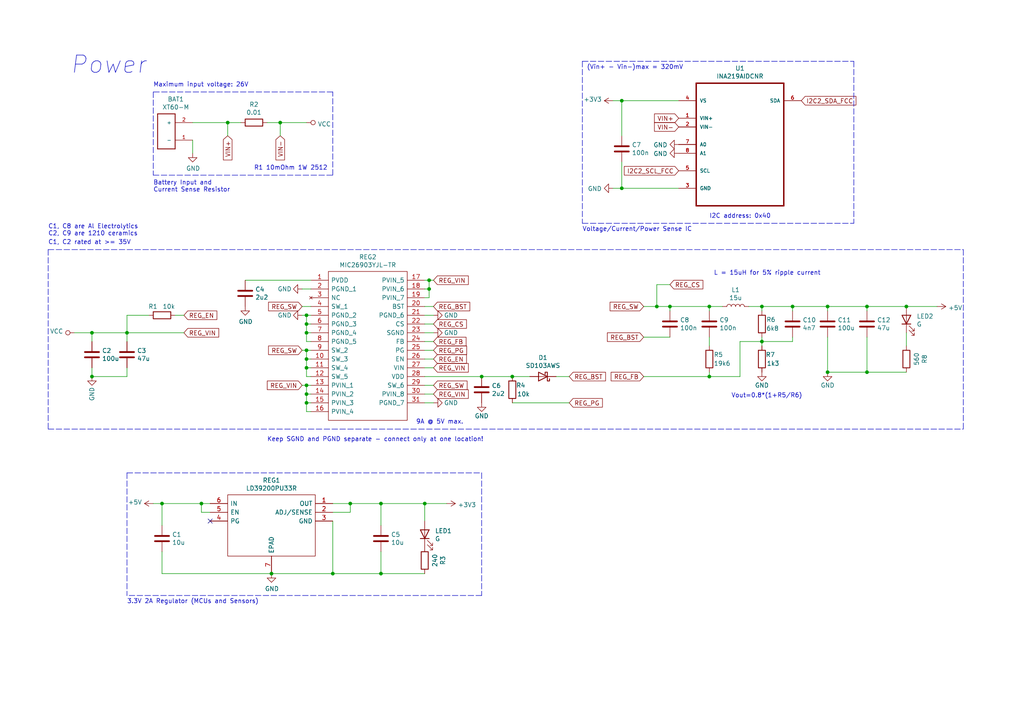
<source format=kicad_sch>
(kicad_sch
	(version 20231120)
	(generator "eeschema")
	(generator_version "8.0")
	(uuid "c45b9535-161f-4a50-a388-c70552bf4c91")
	(paper "A4")
	(title_block
		(date "2025-02-04")
	)
	(lib_symbols
		(symbol "Device:C"
			(pin_numbers hide)
			(pin_names
				(offset 0.254)
			)
			(exclude_from_sim no)
			(in_bom yes)
			(on_board yes)
			(property "Reference" "C"
				(at 0.635 2.54 0)
				(effects
					(font
						(size 1.27 1.27)
					)
					(justify left)
				)
			)
			(property "Value" "C"
				(at 0.635 -2.54 0)
				(effects
					(font
						(size 1.27 1.27)
					)
					(justify left)
				)
			)
			(property "Footprint" ""
				(at 0.9652 -3.81 0)
				(effects
					(font
						(size 1.27 1.27)
					)
					(hide yes)
				)
			)
			(property "Datasheet" "~"
				(at 0 0 0)
				(effects
					(font
						(size 1.27 1.27)
					)
					(hide yes)
				)
			)
			(property "Description" "Unpolarized capacitor"
				(at 0 0 0)
				(effects
					(font
						(size 1.27 1.27)
					)
					(hide yes)
				)
			)
			(property "ki_keywords" "cap capacitor"
				(at 0 0 0)
				(effects
					(font
						(size 1.27 1.27)
					)
					(hide yes)
				)
			)
			(property "ki_fp_filters" "C_*"
				(at 0 0 0)
				(effects
					(font
						(size 1.27 1.27)
					)
					(hide yes)
				)
			)
			(symbol "C_0_1"
				(polyline
					(pts
						(xy -2.032 -0.762) (xy 2.032 -0.762)
					)
					(stroke
						(width 0.508)
						(type default)
					)
					(fill
						(type none)
					)
				)
				(polyline
					(pts
						(xy -2.032 0.762) (xy 2.032 0.762)
					)
					(stroke
						(width 0.508)
						(type default)
					)
					(fill
						(type none)
					)
				)
			)
			(symbol "C_1_1"
				(pin passive line
					(at 0 3.81 270)
					(length 2.794)
					(name "~"
						(effects
							(font
								(size 1.27 1.27)
							)
						)
					)
					(number "1"
						(effects
							(font
								(size 1.27 1.27)
							)
						)
					)
				)
				(pin passive line
					(at 0 -3.81 90)
					(length 2.794)
					(name "~"
						(effects
							(font
								(size 1.27 1.27)
							)
						)
					)
					(number "2"
						(effects
							(font
								(size 1.27 1.27)
							)
						)
					)
				)
			)
		)
		(symbol "Device:D_Schottky"
			(pin_numbers hide)
			(pin_names
				(offset 1.016) hide)
			(exclude_from_sim no)
			(in_bom yes)
			(on_board yes)
			(property "Reference" "D"
				(at 0 2.54 0)
				(effects
					(font
						(size 1.27 1.27)
					)
				)
			)
			(property "Value" "D_Schottky"
				(at 0 -2.54 0)
				(effects
					(font
						(size 1.27 1.27)
					)
				)
			)
			(property "Footprint" ""
				(at 0 0 0)
				(effects
					(font
						(size 1.27 1.27)
					)
					(hide yes)
				)
			)
			(property "Datasheet" "~"
				(at 0 0 0)
				(effects
					(font
						(size 1.27 1.27)
					)
					(hide yes)
				)
			)
			(property "Description" "Schottky diode"
				(at 0 0 0)
				(effects
					(font
						(size 1.27 1.27)
					)
					(hide yes)
				)
			)
			(property "ki_keywords" "diode Schottky"
				(at 0 0 0)
				(effects
					(font
						(size 1.27 1.27)
					)
					(hide yes)
				)
			)
			(property "ki_fp_filters" "TO-???* *_Diode_* *SingleDiode* D_*"
				(at 0 0 0)
				(effects
					(font
						(size 1.27 1.27)
					)
					(hide yes)
				)
			)
			(symbol "D_Schottky_0_1"
				(polyline
					(pts
						(xy 1.27 0) (xy -1.27 0)
					)
					(stroke
						(width 0)
						(type default)
					)
					(fill
						(type none)
					)
				)
				(polyline
					(pts
						(xy 1.27 1.27) (xy 1.27 -1.27) (xy -1.27 0) (xy 1.27 1.27)
					)
					(stroke
						(width 0.254)
						(type default)
					)
					(fill
						(type none)
					)
				)
				(polyline
					(pts
						(xy -1.905 0.635) (xy -1.905 1.27) (xy -1.27 1.27) (xy -1.27 -1.27) (xy -0.635 -1.27) (xy -0.635 -0.635)
					)
					(stroke
						(width 0.254)
						(type default)
					)
					(fill
						(type none)
					)
				)
			)
			(symbol "D_Schottky_1_1"
				(pin passive line
					(at -3.81 0 0)
					(length 2.54)
					(name "K"
						(effects
							(font
								(size 1.27 1.27)
							)
						)
					)
					(number "1"
						(effects
							(font
								(size 1.27 1.27)
							)
						)
					)
				)
				(pin passive line
					(at 3.81 0 180)
					(length 2.54)
					(name "A"
						(effects
							(font
								(size 1.27 1.27)
							)
						)
					)
					(number "2"
						(effects
							(font
								(size 1.27 1.27)
							)
						)
					)
				)
			)
		)
		(symbol "Device:L"
			(pin_numbers hide)
			(pin_names
				(offset 1.016) hide)
			(exclude_from_sim no)
			(in_bom yes)
			(on_board yes)
			(property "Reference" "L"
				(at -1.27 0 90)
				(effects
					(font
						(size 1.27 1.27)
					)
				)
			)
			(property "Value" "L"
				(at 1.905 0 90)
				(effects
					(font
						(size 1.27 1.27)
					)
				)
			)
			(property "Footprint" ""
				(at 0 0 0)
				(effects
					(font
						(size 1.27 1.27)
					)
					(hide yes)
				)
			)
			(property "Datasheet" "~"
				(at 0 0 0)
				(effects
					(font
						(size 1.27 1.27)
					)
					(hide yes)
				)
			)
			(property "Description" "Inductor"
				(at 0 0 0)
				(effects
					(font
						(size 1.27 1.27)
					)
					(hide yes)
				)
			)
			(property "ki_keywords" "inductor choke coil reactor magnetic"
				(at 0 0 0)
				(effects
					(font
						(size 1.27 1.27)
					)
					(hide yes)
				)
			)
			(property "ki_fp_filters" "Choke_* *Coil* Inductor_* L_*"
				(at 0 0 0)
				(effects
					(font
						(size 1.27 1.27)
					)
					(hide yes)
				)
			)
			(symbol "L_0_1"
				(arc
					(start 0 -2.54)
					(mid 0.6323 -1.905)
					(end 0 -1.27)
					(stroke
						(width 0)
						(type default)
					)
					(fill
						(type none)
					)
				)
				(arc
					(start 0 -1.27)
					(mid 0.6323 -0.635)
					(end 0 0)
					(stroke
						(width 0)
						(type default)
					)
					(fill
						(type none)
					)
				)
				(arc
					(start 0 0)
					(mid 0.6323 0.635)
					(end 0 1.27)
					(stroke
						(width 0)
						(type default)
					)
					(fill
						(type none)
					)
				)
				(arc
					(start 0 1.27)
					(mid 0.6323 1.905)
					(end 0 2.54)
					(stroke
						(width 0)
						(type default)
					)
					(fill
						(type none)
					)
				)
			)
			(symbol "L_1_1"
				(pin passive line
					(at 0 3.81 270)
					(length 1.27)
					(name "1"
						(effects
							(font
								(size 1.27 1.27)
							)
						)
					)
					(number "1"
						(effects
							(font
								(size 1.27 1.27)
							)
						)
					)
				)
				(pin passive line
					(at 0 -3.81 90)
					(length 1.27)
					(name "2"
						(effects
							(font
								(size 1.27 1.27)
							)
						)
					)
					(number "2"
						(effects
							(font
								(size 1.27 1.27)
							)
						)
					)
				)
			)
		)
		(symbol "Device:LED"
			(pin_numbers hide)
			(pin_names
				(offset 1.016) hide)
			(exclude_from_sim no)
			(in_bom yes)
			(on_board yes)
			(property "Reference" "D"
				(at 0 2.54 0)
				(effects
					(font
						(size 1.27 1.27)
					)
				)
			)
			(property "Value" "LED"
				(at 0 -2.54 0)
				(effects
					(font
						(size 1.27 1.27)
					)
				)
			)
			(property "Footprint" ""
				(at 0 0 0)
				(effects
					(font
						(size 1.27 1.27)
					)
					(hide yes)
				)
			)
			(property "Datasheet" "~"
				(at 0 0 0)
				(effects
					(font
						(size 1.27 1.27)
					)
					(hide yes)
				)
			)
			(property "Description" "Light emitting diode"
				(at 0 0 0)
				(effects
					(font
						(size 1.27 1.27)
					)
					(hide yes)
				)
			)
			(property "ki_keywords" "LED diode"
				(at 0 0 0)
				(effects
					(font
						(size 1.27 1.27)
					)
					(hide yes)
				)
			)
			(property "ki_fp_filters" "LED* LED_SMD:* LED_THT:*"
				(at 0 0 0)
				(effects
					(font
						(size 1.27 1.27)
					)
					(hide yes)
				)
			)
			(symbol "LED_0_1"
				(polyline
					(pts
						(xy -1.27 -1.27) (xy -1.27 1.27)
					)
					(stroke
						(width 0.254)
						(type default)
					)
					(fill
						(type none)
					)
				)
				(polyline
					(pts
						(xy -1.27 0) (xy 1.27 0)
					)
					(stroke
						(width 0)
						(type default)
					)
					(fill
						(type none)
					)
				)
				(polyline
					(pts
						(xy 1.27 -1.27) (xy 1.27 1.27) (xy -1.27 0) (xy 1.27 -1.27)
					)
					(stroke
						(width 0.254)
						(type default)
					)
					(fill
						(type none)
					)
				)
				(polyline
					(pts
						(xy -3.048 -0.762) (xy -4.572 -2.286) (xy -3.81 -2.286) (xy -4.572 -2.286) (xy -4.572 -1.524)
					)
					(stroke
						(width 0)
						(type default)
					)
					(fill
						(type none)
					)
				)
				(polyline
					(pts
						(xy -1.778 -0.762) (xy -3.302 -2.286) (xy -2.54 -2.286) (xy -3.302 -2.286) (xy -3.302 -1.524)
					)
					(stroke
						(width 0)
						(type default)
					)
					(fill
						(type none)
					)
				)
			)
			(symbol "LED_1_1"
				(pin passive line
					(at -3.81 0 0)
					(length 2.54)
					(name "K"
						(effects
							(font
								(size 1.27 1.27)
							)
						)
					)
					(number "1"
						(effects
							(font
								(size 1.27 1.27)
							)
						)
					)
				)
				(pin passive line
					(at 3.81 0 180)
					(length 2.54)
					(name "A"
						(effects
							(font
								(size 1.27 1.27)
							)
						)
					)
					(number "2"
						(effects
							(font
								(size 1.27 1.27)
							)
						)
					)
				)
			)
		)
		(symbol "Device:R"
			(pin_numbers hide)
			(pin_names
				(offset 0)
			)
			(exclude_from_sim no)
			(in_bom yes)
			(on_board yes)
			(property "Reference" "R"
				(at 2.032 0 90)
				(effects
					(font
						(size 1.27 1.27)
					)
				)
			)
			(property "Value" "R"
				(at 0 0 90)
				(effects
					(font
						(size 1.27 1.27)
					)
				)
			)
			(property "Footprint" ""
				(at -1.778 0 90)
				(effects
					(font
						(size 1.27 1.27)
					)
					(hide yes)
				)
			)
			(property "Datasheet" "~"
				(at 0 0 0)
				(effects
					(font
						(size 1.27 1.27)
					)
					(hide yes)
				)
			)
			(property "Description" "Resistor"
				(at 0 0 0)
				(effects
					(font
						(size 1.27 1.27)
					)
					(hide yes)
				)
			)
			(property "ki_keywords" "R res resistor"
				(at 0 0 0)
				(effects
					(font
						(size 1.27 1.27)
					)
					(hide yes)
				)
			)
			(property "ki_fp_filters" "R_*"
				(at 0 0 0)
				(effects
					(font
						(size 1.27 1.27)
					)
					(hide yes)
				)
			)
			(symbol "R_0_1"
				(rectangle
					(start -1.016 -2.54)
					(end 1.016 2.54)
					(stroke
						(width 0.254)
						(type default)
					)
					(fill
						(type none)
					)
				)
			)
			(symbol "R_1_1"
				(pin passive line
					(at 0 3.81 270)
					(length 1.27)
					(name "~"
						(effects
							(font
								(size 1.27 1.27)
							)
						)
					)
					(number "1"
						(effects
							(font
								(size 1.27 1.27)
							)
						)
					)
				)
				(pin passive line
					(at 0 -3.81 90)
					(length 1.27)
					(name "~"
						(effects
							(font
								(size 1.27 1.27)
							)
						)
					)
					(number "2"
						(effects
							(font
								(size 1.27 1.27)
							)
						)
					)
				)
			)
		)
		(symbol "Hades-rescue:+3.3V-power"
			(power)
			(pin_names
				(offset 0)
			)
			(exclude_from_sim no)
			(in_bom yes)
			(on_board yes)
			(property "Reference" "#PWR"
				(at 0 -3.81 0)
				(effects
					(font
						(size 1.27 1.27)
					)
					(hide yes)
				)
			)
			(property "Value" "power:+3.3V"
				(at 0 3.556 0)
				(effects
					(font
						(size 1.27 1.27)
					)
				)
			)
			(property "Footprint" ""
				(at 0 0 0)
				(effects
					(font
						(size 1.27 1.27)
					)
					(hide yes)
				)
			)
			(property "Datasheet" ""
				(at 0 0 0)
				(effects
					(font
						(size 1.27 1.27)
					)
					(hide yes)
				)
			)
			(property "Description" ""
				(at 0 0 0)
				(effects
					(font
						(size 1.27 1.27)
					)
					(hide yes)
				)
			)
			(symbol "+3.3V-power_0_1"
				(polyline
					(pts
						(xy -0.762 1.27) (xy 0 2.54)
					)
					(stroke
						(width 0)
						(type solid)
					)
					(fill
						(type none)
					)
				)
				(polyline
					(pts
						(xy 0 0) (xy 0 2.54)
					)
					(stroke
						(width 0)
						(type solid)
					)
					(fill
						(type none)
					)
				)
				(polyline
					(pts
						(xy 0 2.54) (xy 0.762 1.27)
					)
					(stroke
						(width 0)
						(type solid)
					)
					(fill
						(type none)
					)
				)
			)
			(symbol "+3.3V-power_1_1"
				(pin power_in line
					(at 0 0 90)
					(length 0) hide
					(name "+3V3"
						(effects
							(font
								(size 1.27 1.27)
							)
						)
					)
					(number "1"
						(effects
							(font
								(size 1.27 1.27)
							)
						)
					)
				)
			)
		)
		(symbol "Hades-rescue:+5V-power"
			(power)
			(pin_names
				(offset 0)
			)
			(exclude_from_sim no)
			(in_bom yes)
			(on_board yes)
			(property "Reference" "#PWR"
				(at 0 -3.81 0)
				(effects
					(font
						(size 1.27 1.27)
					)
					(hide yes)
				)
			)
			(property "Value" "power:+5V"
				(at 0 3.556 0)
				(effects
					(font
						(size 1.27 1.27)
					)
				)
			)
			(property "Footprint" ""
				(at 0 0 0)
				(effects
					(font
						(size 1.27 1.27)
					)
					(hide yes)
				)
			)
			(property "Datasheet" ""
				(at 0 0 0)
				(effects
					(font
						(size 1.27 1.27)
					)
					(hide yes)
				)
			)
			(property "Description" ""
				(at 0 0 0)
				(effects
					(font
						(size 1.27 1.27)
					)
					(hide yes)
				)
			)
			(symbol "+5V-power_0_1"
				(polyline
					(pts
						(xy -0.762 1.27) (xy 0 2.54)
					)
					(stroke
						(width 0)
						(type solid)
					)
					(fill
						(type none)
					)
				)
				(polyline
					(pts
						(xy 0 0) (xy 0 2.54)
					)
					(stroke
						(width 0)
						(type solid)
					)
					(fill
						(type none)
					)
				)
				(polyline
					(pts
						(xy 0 2.54) (xy 0.762 1.27)
					)
					(stroke
						(width 0)
						(type solid)
					)
					(fill
						(type none)
					)
				)
			)
			(symbol "+5V-power_1_1"
				(pin power_in line
					(at 0 0 90)
					(length 0) hide
					(name "+5V"
						(effects
							(font
								(size 1.27 1.27)
							)
						)
					)
					(number "1"
						(effects
							(font
								(size 1.27 1.27)
							)
						)
					)
				)
			)
		)
		(symbol "Hades-rescue:GND-power"
			(power)
			(pin_names
				(offset 0)
			)
			(exclude_from_sim no)
			(in_bom yes)
			(on_board yes)
			(property "Reference" "#PWR"
				(at 0 -6.35 0)
				(effects
					(font
						(size 1.27 1.27)
					)
					(hide yes)
				)
			)
			(property "Value" "power:GND"
				(at 0 -3.81 0)
				(effects
					(font
						(size 1.27 1.27)
					)
				)
			)
			(property "Footprint" ""
				(at 0 0 0)
				(effects
					(font
						(size 1.27 1.27)
					)
					(hide yes)
				)
			)
			(property "Datasheet" ""
				(at 0 0 0)
				(effects
					(font
						(size 1.27 1.27)
					)
					(hide yes)
				)
			)
			(property "Description" ""
				(at 0 0 0)
				(effects
					(font
						(size 1.27 1.27)
					)
					(hide yes)
				)
			)
			(symbol "GND-power_0_1"
				(polyline
					(pts
						(xy 0 0) (xy 0 -1.27) (xy 1.27 -1.27) (xy 0 -2.54) (xy -1.27 -1.27) (xy 0 -1.27)
					)
					(stroke
						(width 0)
						(type solid)
					)
					(fill
						(type none)
					)
				)
			)
			(symbol "GND-power_1_1"
				(pin power_in line
					(at 0 0 270)
					(length 0) hide
					(name "GND"
						(effects
							(font
								(size 1.27 1.27)
							)
						)
					)
					(number "1"
						(effects
							(font
								(size 1.27 1.27)
							)
						)
					)
				)
			)
		)
		(symbol "Hades-rescue:VCC-power"
			(power)
			(pin_names
				(offset 0)
			)
			(exclude_from_sim no)
			(in_bom yes)
			(on_board yes)
			(property "Reference" "#PWR"
				(at 0 -3.81 0)
				(effects
					(font
						(size 1.27 1.27)
					)
					(hide yes)
				)
			)
			(property "Value" "power:VCC"
				(at 0 3.81 0)
				(effects
					(font
						(size 1.27 1.27)
					)
				)
			)
			(property "Footprint" ""
				(at 0 0 0)
				(effects
					(font
						(size 1.27 1.27)
					)
					(hide yes)
				)
			)
			(property "Datasheet" ""
				(at 0 0 0)
				(effects
					(font
						(size 1.27 1.27)
					)
					(hide yes)
				)
			)
			(property "Description" ""
				(at 0 0 0)
				(effects
					(font
						(size 1.27 1.27)
					)
					(hide yes)
				)
			)
			(symbol "VCC-power_0_1"
				(polyline
					(pts
						(xy 0 0) (xy 0 1.27)
					)
					(stroke
						(width 0)
						(type solid)
					)
					(fill
						(type none)
					)
				)
				(circle
					(center 0 1.905)
					(radius 0.635)
					(stroke
						(width 0)
						(type solid)
					)
					(fill
						(type none)
					)
				)
			)
			(symbol "VCC-power_1_1"
				(pin power_in line
					(at 0 0 90)
					(length 0) hide
					(name "VCC"
						(effects
							(font
								(size 1.27 1.27)
							)
						)
					)
					(number "1"
						(effects
							(font
								(size 1.27 1.27)
							)
						)
					)
				)
			)
		)
		(symbol "INA219AIDCNR:INA219AIDCNR"
			(pin_names
				(offset 1.016)
			)
			(exclude_from_sim no)
			(in_bom yes)
			(on_board yes)
			(property "Reference" "U"
				(at -5.3594 19.304 0)
				(effects
					(font
						(size 1.27 1.27)
					)
					(justify left bottom)
				)
			)
			(property "Value" "INA219AIDCNR"
				(at -4.7244 -25.8064 0)
				(effects
					(font
						(size 1.27 1.27)
					)
					(justify left bottom)
				)
			)
			(property "Footprint" "SOT65P280X145-8N"
				(at 0 0 0)
				(effects
					(font
						(size 1.27 1.27)
					)
					(justify left bottom)
					(hide yes)
				)
			)
			(property "Datasheet" "Unavailable"
				(at 0 0 0)
				(effects
					(font
						(size 1.27 1.27)
					)
					(justify left bottom)
					(hide yes)
				)
			)
			(property "Description" ""
				(at 0 0 0)
				(effects
					(font
						(size 1.27 1.27)
					)
					(hide yes)
				)
			)
			(property "Field5" "26-V, Bi-Directional, Zero-Drift, High-Side, I2C Out Current/Power Monitor 8-SOT-23 -40 to 125"
				(at 0 0 0)
				(effects
					(font
						(size 1.27 1.27)
					)
					(justify left bottom)
					(hide yes)
				)
			)
			(property "Field6" "Texas Instruments"
				(at 0 0 0)
				(effects
					(font
						(size 1.27 1.27)
					)
					(justify left bottom)
					(hide yes)
				)
			)
			(property "Field7" "SOT-23 Texas Instruments"
				(at 0 0 0)
				(effects
					(font
						(size 1.27 1.27)
					)
					(justify left bottom)
					(hide yes)
				)
			)
			(property "Field8" "None"
				(at 0 0 0)
				(effects
					(font
						(size 1.27 1.27)
					)
					(justify left bottom)
					(hide yes)
				)
			)
			(property "Field9" "INA219AIDCNR"
				(at 0 0 0)
				(effects
					(font
						(size 1.27 1.27)
					)
					(justify left bottom)
					(hide yes)
				)
			)
			(property "ki_locked" ""
				(at 0 0 0)
				(effects
					(font
						(size 1.27 1.27)
					)
				)
			)
			(symbol "INA219AIDCNR_0_0"
				(polyline
					(pts
						(xy -12.7 -20.32) (xy 12.7 -20.32)
					)
					(stroke
						(width 0.4064)
						(type solid)
					)
					(fill
						(type none)
					)
				)
				(polyline
					(pts
						(xy -12.7 15.24) (xy -12.7 -20.32)
					)
					(stroke
						(width 0.4064)
						(type solid)
					)
					(fill
						(type none)
					)
				)
				(polyline
					(pts
						(xy 12.7 -20.32) (xy 12.7 15.24)
					)
					(stroke
						(width 0.4064)
						(type solid)
					)
					(fill
						(type none)
					)
				)
				(polyline
					(pts
						(xy 12.7 15.24) (xy -12.7 15.24)
					)
					(stroke
						(width 0.4064)
						(type solid)
					)
					(fill
						(type none)
					)
				)
				(pin input line
					(at -17.78 5.08 0)
					(length 5.08)
					(name "VIN+"
						(effects
							(font
								(size 1.016 1.016)
							)
						)
					)
					(number "1"
						(effects
							(font
								(size 1.016 1.016)
							)
						)
					)
				)
				(pin input line
					(at -17.78 2.54 0)
					(length 5.08)
					(name "VIN-"
						(effects
							(font
								(size 1.016 1.016)
							)
						)
					)
					(number "2"
						(effects
							(font
								(size 1.016 1.016)
							)
						)
					)
				)
				(pin passive line
					(at -17.78 -15.24 0)
					(length 5.08)
					(name "GND"
						(effects
							(font
								(size 1.016 1.016)
							)
						)
					)
					(number "3"
						(effects
							(font
								(size 1.016 1.016)
							)
						)
					)
				)
				(pin power_in line
					(at -17.78 10.16 0)
					(length 5.08)
					(name "VS"
						(effects
							(font
								(size 1.016 1.016)
							)
						)
					)
					(number "4"
						(effects
							(font
								(size 1.016 1.016)
							)
						)
					)
				)
				(pin input line
					(at -17.78 -10.16 0)
					(length 5.08)
					(name "SCL"
						(effects
							(font
								(size 1.016 1.016)
							)
						)
					)
					(number "5"
						(effects
							(font
								(size 1.016 1.016)
							)
						)
					)
				)
				(pin bidirectional line
					(at 17.78 10.16 180)
					(length 5.08)
					(name "SDA"
						(effects
							(font
								(size 1.016 1.016)
							)
						)
					)
					(number "6"
						(effects
							(font
								(size 1.016 1.016)
							)
						)
					)
				)
				(pin input line
					(at -17.78 -2.54 0)
					(length 5.08)
					(name "A0"
						(effects
							(font
								(size 1.016 1.016)
							)
						)
					)
					(number "7"
						(effects
							(font
								(size 1.016 1.016)
							)
						)
					)
				)
				(pin input line
					(at -17.78 -5.08 0)
					(length 5.08)
					(name "A1"
						(effects
							(font
								(size 1.016 1.016)
							)
						)
					)
					(number "8"
						(effects
							(font
								(size 1.016 1.016)
							)
						)
					)
				)
			)
		)
		(symbol "LD39200PU33R:LD39200PU33R"
			(pin_names
				(offset 0.762)
			)
			(exclude_from_sim no)
			(in_bom yes)
			(on_board yes)
			(property "Reference" "IC"
				(at 31.75 7.62 0)
				(effects
					(font
						(size 1.27 1.27)
					)
					(justify left)
				)
			)
			(property "Value" "LD39200PU33R"
				(at 31.75 5.08 0)
				(effects
					(font
						(size 1.27 1.27)
					)
					(justify left)
				)
			)
			(property "Footprint" "SON95P300X300X100-7N-D"
				(at 31.75 2.54 0)
				(effects
					(font
						(size 1.27 1.27)
					)
					(justify left)
					(hide yes)
				)
			)
			(property "Datasheet" "https://www.st.com/resource/en/datasheet/ld39200.pdf"
				(at 31.75 0 0)
				(effects
					(font
						(size 1.27 1.27)
					)
					(justify left)
					(hide yes)
				)
			)
			(property "Description" "LDO Voltage Regulators 2 A high PSRR ultra low drop linear regulator with reverse current protection"
				(at 0 0 0)
				(effects
					(font
						(size 1.27 1.27)
					)
					(hide yes)
				)
			)
			(property "Description_1" "LDO Voltage Regulators 2 A high PSRR ultra low drop linear regulator with reverse current protection"
				(at 31.75 -2.54 0)
				(effects
					(font
						(size 1.27 1.27)
					)
					(justify left)
					(hide yes)
				)
			)
			(property "Height" "1"
				(at 31.75 -5.08 0)
				(effects
					(font
						(size 1.27 1.27)
					)
					(justify left)
					(hide yes)
				)
			)
			(property "Manufacturer_Name" "STMicroelectronics"
				(at 31.75 -7.62 0)
				(effects
					(font
						(size 1.27 1.27)
					)
					(justify left)
					(hide yes)
				)
			)
			(property "Manufacturer_Part_Number" "LD39200PU33R"
				(at 31.75 -10.16 0)
				(effects
					(font
						(size 1.27 1.27)
					)
					(justify left)
					(hide yes)
				)
			)
			(property "Mouser Part Number" "511-LD39200PU33R"
				(at 31.75 -12.7 0)
				(effects
					(font
						(size 1.27 1.27)
					)
					(justify left)
					(hide yes)
				)
			)
			(property "Mouser Price/Stock" "https://www.mouser.com/Search/Refine.aspx?Keyword=511-LD39200PU33R"
				(at 31.75 -15.24 0)
				(effects
					(font
						(size 1.27 1.27)
					)
					(justify left)
					(hide yes)
				)
			)
			(property "RS Part Number" ""
				(at 31.75 -17.78 0)
				(effects
					(font
						(size 1.27 1.27)
					)
					(justify left)
					(hide yes)
				)
			)
			(property "RS Price/Stock" ""
				(at 31.75 -20.32 0)
				(effects
					(font
						(size 1.27 1.27)
					)
					(justify left)
					(hide yes)
				)
			)
			(symbol "LD39200PU33R_0_0"
				(pin unspecified line
					(at 0 0 0)
					(length 5.08)
					(name "OUT"
						(effects
							(font
								(size 1.27 1.27)
							)
						)
					)
					(number "1"
						(effects
							(font
								(size 1.27 1.27)
							)
						)
					)
				)
				(pin unspecified line
					(at 0 -2.54 0)
					(length 5.08)
					(name "ADJ/SENSE"
						(effects
							(font
								(size 1.27 1.27)
							)
						)
					)
					(number "2"
						(effects
							(font
								(size 1.27 1.27)
							)
						)
					)
				)
				(pin unspecified line
					(at 0 -5.08 0)
					(length 5.08)
					(name "GND"
						(effects
							(font
								(size 1.27 1.27)
							)
						)
					)
					(number "3"
						(effects
							(font
								(size 1.27 1.27)
							)
						)
					)
				)
				(pin unspecified line
					(at 35.56 -5.08 180)
					(length 5.08)
					(name "PG"
						(effects
							(font
								(size 1.27 1.27)
							)
						)
					)
					(number "4"
						(effects
							(font
								(size 1.27 1.27)
							)
						)
					)
				)
				(pin unspecified line
					(at 35.56 -2.54 180)
					(length 5.08)
					(name "EN"
						(effects
							(font
								(size 1.27 1.27)
							)
						)
					)
					(number "5"
						(effects
							(font
								(size 1.27 1.27)
							)
						)
					)
				)
				(pin unspecified line
					(at 35.56 0 180)
					(length 5.08)
					(name "IN"
						(effects
							(font
								(size 1.27 1.27)
							)
						)
					)
					(number "6"
						(effects
							(font
								(size 1.27 1.27)
							)
						)
					)
				)
				(pin unspecified line
					(at 17.78 -20.32 90)
					(length 5.08)
					(name "EPAD"
						(effects
							(font
								(size 1.27 1.27)
							)
						)
					)
					(number "7"
						(effects
							(font
								(size 1.27 1.27)
							)
						)
					)
				)
			)
			(symbol "LD39200PU33R_0_1"
				(polyline
					(pts
						(xy 5.08 2.54) (xy 30.48 2.54) (xy 30.48 -15.24) (xy 5.08 -15.24) (xy 5.08 2.54)
					)
					(stroke
						(width 0.1524)
						(type solid)
					)
					(fill
						(type none)
					)
				)
			)
		)
		(symbol "MIC26903YJL-TR:MIC26903YJL-TR"
			(pin_names
				(offset 0.762)
			)
			(exclude_from_sim no)
			(in_bom yes)
			(on_board yes)
			(property "Reference" "IC"
				(at 29.21 7.62 0)
				(effects
					(font
						(size 1.27 1.27)
					)
					(justify left)
				)
			)
			(property "Value" "MIC26903YJL-TR"
				(at 29.21 5.08 0)
				(effects
					(font
						(size 1.27 1.27)
					)
					(justify left)
				)
			)
			(property "Footprint" "MIC24054YJLTR"
				(at 29.21 2.54 0)
				(effects
					(font
						(size 1.27 1.27)
					)
					(justify left)
					(hide yes)
				)
			)
			(property "Datasheet" "http://www.mouser.com/datasheet/2/268/MIC26903-778571.pdf"
				(at 29.21 0 0)
				(effects
					(font
						(size 1.27 1.27)
					)
					(justify left)
					(hide yes)
				)
			)
			(property "Description" "Switching Voltage Regulators 28V, 9A HyperLight Load  Synchronous DC/DC Buck Regulator SuperSwitcher IIG"
				(at 0 0 0)
				(effects
					(font
						(size 1.27 1.27)
					)
					(hide yes)
				)
			)
			(property "Description_1" "Switching Voltage Regulators 28V, 9A HyperLight Load  Synchronous DC/DC Buck Regulator SuperSwitcher IIG"
				(at 29.21 -2.54 0)
				(effects
					(font
						(size 1.27 1.27)
					)
					(justify left)
					(hide yes)
				)
			)
			(property "Height" "2"
				(at 29.21 -5.08 0)
				(effects
					(font
						(size 1.27 1.27)
					)
					(justify left)
					(hide yes)
				)
			)
			(property "Manufacturer_Name" "Micrel"
				(at 29.21 -7.62 0)
				(effects
					(font
						(size 1.27 1.27)
					)
					(justify left)
					(hide yes)
				)
			)
			(property "Manufacturer_Part_Number" "MIC26903YJL-TR"
				(at 29.21 -10.16 0)
				(effects
					(font
						(size 1.27 1.27)
					)
					(justify left)
					(hide yes)
				)
			)
			(property "Mouser Part Number" "998-MIC26903YJLTR"
				(at 29.21 -12.7 0)
				(effects
					(font
						(size 1.27 1.27)
					)
					(justify left)
					(hide yes)
				)
			)
			(property "Mouser Price/Stock" "https://www.mouser.com/Search/Refine.aspx?Keyword=998-MIC26903YJLTR"
				(at 29.21 -15.24 0)
				(effects
					(font
						(size 1.27 1.27)
					)
					(justify left)
					(hide yes)
				)
			)
			(property "RS Part Number" ""
				(at 29.21 -17.78 0)
				(effects
					(font
						(size 1.27 1.27)
					)
					(justify left)
					(hide yes)
				)
			)
			(property "RS Price/Stock" ""
				(at 29.21 -20.32 0)
				(effects
					(font
						(size 1.27 1.27)
					)
					(justify left)
					(hide yes)
				)
			)
			(symbol "MIC26903YJL-TR_0_0"
				(pin unspecified line
					(at 0 0 0)
					(length 5.08)
					(name "PVDD"
						(effects
							(font
								(size 1.27 1.27)
							)
						)
					)
					(number "1"
						(effects
							(font
								(size 1.27 1.27)
							)
						)
					)
				)
				(pin unspecified line
					(at 0 -22.86 0)
					(length 5.08)
					(name "SW_3"
						(effects
							(font
								(size 1.27 1.27)
							)
						)
					)
					(number "10"
						(effects
							(font
								(size 1.27 1.27)
							)
						)
					)
				)
				(pin unspecified line
					(at 0 -25.4 0)
					(length 5.08)
					(name "SW_4"
						(effects
							(font
								(size 1.27 1.27)
							)
						)
					)
					(number "11"
						(effects
							(font
								(size 1.27 1.27)
							)
						)
					)
				)
				(pin unspecified line
					(at 0 -27.94 0)
					(length 5.08)
					(name "SW_5"
						(effects
							(font
								(size 1.27 1.27)
							)
						)
					)
					(number "12"
						(effects
							(font
								(size 1.27 1.27)
							)
						)
					)
				)
				(pin unspecified line
					(at 0 -30.48 0)
					(length 5.08)
					(name "PVIN_1"
						(effects
							(font
								(size 1.27 1.27)
							)
						)
					)
					(number "13"
						(effects
							(font
								(size 1.27 1.27)
							)
						)
					)
				)
				(pin unspecified line
					(at 0 -33.02 0)
					(length 5.08)
					(name "PVIN_2"
						(effects
							(font
								(size 1.27 1.27)
							)
						)
					)
					(number "14"
						(effects
							(font
								(size 1.27 1.27)
							)
						)
					)
				)
				(pin unspecified line
					(at 0 -35.56 0)
					(length 5.08)
					(name "PVIN_3"
						(effects
							(font
								(size 1.27 1.27)
							)
						)
					)
					(number "15"
						(effects
							(font
								(size 1.27 1.27)
							)
						)
					)
				)
				(pin unspecified line
					(at 0 -38.1 0)
					(length 5.08)
					(name "PVIN_4"
						(effects
							(font
								(size 1.27 1.27)
							)
						)
					)
					(number "16"
						(effects
							(font
								(size 1.27 1.27)
							)
						)
					)
				)
				(pin unspecified line
					(at 33.02 0 180)
					(length 5.08)
					(name "PVIN_5"
						(effects
							(font
								(size 1.27 1.27)
							)
						)
					)
					(number "17"
						(effects
							(font
								(size 1.27 1.27)
							)
						)
					)
				)
				(pin unspecified line
					(at 33.02 -2.54 180)
					(length 5.08)
					(name "PVIN_6"
						(effects
							(font
								(size 1.27 1.27)
							)
						)
					)
					(number "18"
						(effects
							(font
								(size 1.27 1.27)
							)
						)
					)
				)
				(pin unspecified line
					(at 33.02 -5.08 180)
					(length 5.08)
					(name "PVIN_7"
						(effects
							(font
								(size 1.27 1.27)
							)
						)
					)
					(number "19"
						(effects
							(font
								(size 1.27 1.27)
							)
						)
					)
				)
				(pin unspecified line
					(at 0 -2.54 0)
					(length 5.08)
					(name "PGND_1"
						(effects
							(font
								(size 1.27 1.27)
							)
						)
					)
					(number "2"
						(effects
							(font
								(size 1.27 1.27)
							)
						)
					)
				)
				(pin unspecified line
					(at 33.02 -7.62 180)
					(length 5.08)
					(name "BST"
						(effects
							(font
								(size 1.27 1.27)
							)
						)
					)
					(number "20"
						(effects
							(font
								(size 1.27 1.27)
							)
						)
					)
				)
				(pin unspecified line
					(at 33.02 -10.16 180)
					(length 5.08)
					(name "PGND_6"
						(effects
							(font
								(size 1.27 1.27)
							)
						)
					)
					(number "21"
						(effects
							(font
								(size 1.27 1.27)
							)
						)
					)
				)
				(pin unspecified line
					(at 33.02 -12.7 180)
					(length 5.08)
					(name "CS"
						(effects
							(font
								(size 1.27 1.27)
							)
						)
					)
					(number "22"
						(effects
							(font
								(size 1.27 1.27)
							)
						)
					)
				)
				(pin unspecified line
					(at 33.02 -15.24 180)
					(length 5.08)
					(name "SGND"
						(effects
							(font
								(size 1.27 1.27)
							)
						)
					)
					(number "23"
						(effects
							(font
								(size 1.27 1.27)
							)
						)
					)
				)
				(pin unspecified line
					(at 33.02 -17.78 180)
					(length 5.08)
					(name "FB"
						(effects
							(font
								(size 1.27 1.27)
							)
						)
					)
					(number "24"
						(effects
							(font
								(size 1.27 1.27)
							)
						)
					)
				)
				(pin unspecified line
					(at 33.02 -20.32 180)
					(length 5.08)
					(name "PG"
						(effects
							(font
								(size 1.27 1.27)
							)
						)
					)
					(number "25"
						(effects
							(font
								(size 1.27 1.27)
							)
						)
					)
				)
				(pin unspecified line
					(at 33.02 -22.86 180)
					(length 5.08)
					(name "EN"
						(effects
							(font
								(size 1.27 1.27)
							)
						)
					)
					(number "26"
						(effects
							(font
								(size 1.27 1.27)
							)
						)
					)
				)
				(pin unspecified line
					(at 33.02 -25.4 180)
					(length 5.08)
					(name "VIN"
						(effects
							(font
								(size 1.27 1.27)
							)
						)
					)
					(number "27"
						(effects
							(font
								(size 1.27 1.27)
							)
						)
					)
				)
				(pin unspecified line
					(at 33.02 -27.94 180)
					(length 5.08)
					(name "VDD"
						(effects
							(font
								(size 1.27 1.27)
							)
						)
					)
					(number "28"
						(effects
							(font
								(size 1.27 1.27)
							)
						)
					)
				)
				(pin unspecified line
					(at 33.02 -30.48 180)
					(length 5.08)
					(name "SW_6"
						(effects
							(font
								(size 1.27 1.27)
							)
						)
					)
					(number "29"
						(effects
							(font
								(size 1.27 1.27)
							)
						)
					)
				)
				(pin no_connect line
					(at 0 -5.08 0)
					(length 5.08)
					(name "NC"
						(effects
							(font
								(size 1.27 1.27)
							)
						)
					)
					(number "3"
						(effects
							(font
								(size 1.27 1.27)
							)
						)
					)
				)
				(pin unspecified line
					(at 33.02 -33.02 180)
					(length 5.08)
					(name "PVIN_8"
						(effects
							(font
								(size 1.27 1.27)
							)
						)
					)
					(number "30"
						(effects
							(font
								(size 1.27 1.27)
							)
						)
					)
				)
				(pin unspecified line
					(at 33.02 -35.56 180)
					(length 5.08)
					(name "PGND_7"
						(effects
							(font
								(size 1.27 1.27)
							)
						)
					)
					(number "31"
						(effects
							(font
								(size 1.27 1.27)
							)
						)
					)
				)
				(pin unspecified line
					(at 0 -7.62 0)
					(length 5.08)
					(name "SW_1"
						(effects
							(font
								(size 1.27 1.27)
							)
						)
					)
					(number "4"
						(effects
							(font
								(size 1.27 1.27)
							)
						)
					)
				)
				(pin unspecified line
					(at 0 -10.16 0)
					(length 5.08)
					(name "PGND_2"
						(effects
							(font
								(size 1.27 1.27)
							)
						)
					)
					(number "5"
						(effects
							(font
								(size 1.27 1.27)
							)
						)
					)
				)
				(pin unspecified line
					(at 0 -12.7 0)
					(length 5.08)
					(name "PGND_3"
						(effects
							(font
								(size 1.27 1.27)
							)
						)
					)
					(number "6"
						(effects
							(font
								(size 1.27 1.27)
							)
						)
					)
				)
				(pin unspecified line
					(at 0 -15.24 0)
					(length 5.08)
					(name "PGND_4"
						(effects
							(font
								(size 1.27 1.27)
							)
						)
					)
					(number "7"
						(effects
							(font
								(size 1.27 1.27)
							)
						)
					)
				)
				(pin unspecified line
					(at 0 -17.78 0)
					(length 5.08)
					(name "PGND_5"
						(effects
							(font
								(size 1.27 1.27)
							)
						)
					)
					(number "8"
						(effects
							(font
								(size 1.27 1.27)
							)
						)
					)
				)
				(pin unspecified line
					(at 0 -20.32 0)
					(length 5.08)
					(name "SW_2"
						(effects
							(font
								(size 1.27 1.27)
							)
						)
					)
					(number "9"
						(effects
							(font
								(size 1.27 1.27)
							)
						)
					)
				)
			)
			(symbol "MIC26903YJL-TR_0_1"
				(polyline
					(pts
						(xy 5.08 2.54) (xy 27.94 2.54) (xy 27.94 -40.64) (xy 5.08 -40.64) (xy 5.08 2.54)
					)
					(stroke
						(width 0.1524)
						(type solid)
					)
					(fill
						(type none)
					)
				)
			)
		)
		(symbol "XT60-M:XT60-M"
			(pin_names
				(offset 1.016)
			)
			(exclude_from_sim no)
			(in_bom yes)
			(on_board yes)
			(property "Reference" "J"
				(at -2.54 5.715 0)
				(effects
					(font
						(size 1.27 1.27)
					)
					(justify left bottom)
				)
			)
			(property "Value" "XT60-M"
				(at -2.794 -6.35 0)
				(effects
					(font
						(size 1.27 1.27)
					)
					(justify left bottom)
				)
			)
			(property "Footprint" "AMASS_XT60-M"
				(at 0 0 0)
				(effects
					(font
						(size 1.27 1.27)
					)
					(justify left bottom)
					(hide yes)
				)
			)
			(property "Datasheet" "Package Analog Devices"
				(at 0 0 0)
				(effects
					(font
						(size 1.27 1.27)
					)
					(justify left bottom)
					(hide yes)
				)
			)
			(property "Description" ""
				(at 0 0 0)
				(effects
					(font
						(size 1.27 1.27)
					)
					(hide yes)
				)
			)
			(property "Field5" "None"
				(at 0 0 0)
				(effects
					(font
						(size 1.27 1.27)
					)
					(justify left bottom)
					(hide yes)
				)
			)
			(property "Field6" "XT60-M"
				(at 0 0 0)
				(effects
					(font
						(size 1.27 1.27)
					)
					(justify left bottom)
					(hide yes)
				)
			)
			(property "Field7" "Unavailable"
				(at 0 0 0)
				(effects
					(font
						(size 1.27 1.27)
					)
					(justify left bottom)
					(hide yes)
				)
			)
			(property "Field8" "AMASS"
				(at 0 0 0)
				(effects
					(font
						(size 1.27 1.27)
					)
					(justify left bottom)
					(hide yes)
				)
			)
			(property "Field9" ""
				(at 0 0 0)
				(effects
					(font
						(size 1.27 1.27)
					)
					(justify left bottom)
					(hide yes)
				)
			)
			(property "ki_locked" ""
				(at 0 0 0)
				(effects
					(font
						(size 1.27 1.27)
					)
				)
			)
			(symbol "XT60-M_0_0"
				(polyline
					(pts
						(xy -2.54 -5.08) (xy -2.54 5.08)
					)
					(stroke
						(width 0.254)
						(type solid)
					)
					(fill
						(type none)
					)
				)
				(polyline
					(pts
						(xy -2.54 5.08) (xy 2.54 5.08)
					)
					(stroke
						(width 0.254)
						(type solid)
					)
					(fill
						(type none)
					)
				)
				(polyline
					(pts
						(xy 2.54 -5.08) (xy -2.54 -5.08)
					)
					(stroke
						(width 0.254)
						(type solid)
					)
					(fill
						(type none)
					)
				)
				(polyline
					(pts
						(xy 2.54 5.08) (xy 2.54 -5.08)
					)
					(stroke
						(width 0.254)
						(type solid)
					)
					(fill
						(type none)
					)
				)
				(pin passive line
					(at -7.62 2.54 0)
					(length 5.08)
					(name "-"
						(effects
							(font
								(size 1.016 1.016)
							)
						)
					)
					(number "1"
						(effects
							(font
								(size 1.016 1.016)
							)
						)
					)
				)
				(pin passive line
					(at -7.62 -2.54 0)
					(length 5.08)
					(name "+"
						(effects
							(font
								(size 1.016 1.016)
							)
						)
					)
					(number "2"
						(effects
							(font
								(size 1.016 1.016)
							)
						)
					)
				)
			)
		)
	)
	(junction
		(at 88.9 91.44)
		(diameter 0)
		(color 0 0 0 0)
		(uuid "02ad53be-86b8-43bf-ab55-80d0e61249e1")
	)
	(junction
		(at 88.9 111.76)
		(diameter 0)
		(color 0 0 0 0)
		(uuid "05300a70-25f5-4dce-8584-a1cb9c1dbc63")
	)
	(junction
		(at 88.9 93.98)
		(diameter 0)
		(color 0 0 0 0)
		(uuid "09141937-6ed4-4d88-ba14-758fed27db1c")
	)
	(junction
		(at 240.03 107.95)
		(diameter 0)
		(color 0 0 0 0)
		(uuid "136eacb4-9792-4527-a8fb-56e87a38b535")
	)
	(junction
		(at 229.87 88.9)
		(diameter 0)
		(color 0 0 0 0)
		(uuid "1bdb8599-90bb-4d66-be3c-ee3128ed160f")
	)
	(junction
		(at 26.67 109.22)
		(diameter 0)
		(color 0 0 0 0)
		(uuid "29c2e6b3-e2ab-4399-8e08-c9c6664b57f2")
	)
	(junction
		(at 88.9 116.84)
		(diameter 0)
		(color 0 0 0 0)
		(uuid "2bcd0aac-376c-4ceb-82ec-a688e5e7a715")
	)
	(junction
		(at 110.49 166.37)
		(diameter 0)
		(color 0 0 0 0)
		(uuid "32d728af-ca81-4704-85b4-54f7631671c1")
	)
	(junction
		(at 88.9 101.6)
		(diameter 0)
		(color 0 0 0 0)
		(uuid "3cc36b2b-7ce8-4a98-b2b4-82d318eb213c")
	)
	(junction
		(at 205.74 109.22)
		(diameter 0)
		(color 0 0 0 0)
		(uuid "4473d26a-e4e3-43f8-a1d2-9cf1c4d2b10e")
	)
	(junction
		(at 251.46 88.9)
		(diameter 0)
		(color 0 0 0 0)
		(uuid "491250e0-3717-48e2-8ef8-c260d10a25fe")
	)
	(junction
		(at 58.42 146.05)
		(diameter 0)
		(color 0 0 0 0)
		(uuid "5b6d29fb-76c1-4b24-84bf-f68ab117a315")
	)
	(junction
		(at 240.03 88.9)
		(diameter 0)
		(color 0 0 0 0)
		(uuid "5ef35192-8574-4607-a679-1c2dc372a716")
	)
	(junction
		(at 26.67 96.52)
		(diameter 0)
		(color 0 0 0 0)
		(uuid "63870913-00be-45cb-8871-3281bff518d7")
	)
	(junction
		(at 251.46 107.95)
		(diameter 0)
		(color 0 0 0 0)
		(uuid "64115b9f-9681-4ae3-aee0-16cd0e7521be")
	)
	(junction
		(at 88.9 114.3)
		(diameter 0)
		(color 0 0 0 0)
		(uuid "7502c581-123d-4c2b-a449-03df565fa914")
	)
	(junction
		(at 262.89 88.9)
		(diameter 0)
		(color 0 0 0 0)
		(uuid "7760c15c-d730-4199-ad89-baf43150516c")
	)
	(junction
		(at 123.19 146.05)
		(diameter 0)
		(color 0 0 0 0)
		(uuid "7e8c7fbc-f58c-4e96-8456-59c254b66d21")
	)
	(junction
		(at 78.74 166.37)
		(diameter 0)
		(color 0 0 0 0)
		(uuid "8760d881-13f0-4c09-8981-738ee266ee9e")
	)
	(junction
		(at 190.5 88.9)
		(diameter 0)
		(color 0 0 0 0)
		(uuid "89b6bef2-f4fe-4445-a463-b9858b0896e5")
	)
	(junction
		(at 194.31 88.9)
		(diameter 0)
		(color 0 0 0 0)
		(uuid "8c977d4e-5cc9-4dd4-a56e-cd30a6221db0")
	)
	(junction
		(at 180.34 54.61)
		(diameter 0)
		(color 0 0 0 0)
		(uuid "a46d041b-988f-4e0e-a9ef-c4baf08c62ae")
	)
	(junction
		(at 220.98 99.06)
		(diameter 0)
		(color 0 0 0 0)
		(uuid "b2b51131-9219-4043-886e-28e1209305da")
	)
	(junction
		(at 124.46 83.82)
		(diameter 0)
		(color 0 0 0 0)
		(uuid "b37d5793-d085-4e1f-9cea-02cd7553a3b6")
	)
	(junction
		(at 81.28 35.56)
		(diameter 0)
		(color 0 0 0 0)
		(uuid "ba4969b9-6459-447e-9bc2-1ffd3822843a")
	)
	(junction
		(at 139.7 109.22)
		(diameter 0)
		(color 0 0 0 0)
		(uuid "bb93a090-e304-4800-a923-13433a377d59")
	)
	(junction
		(at 148.59 109.22)
		(diameter 0)
		(color 0 0 0 0)
		(uuid "bf300bce-26fa-41e9-ba08-d1110a3476f2")
	)
	(junction
		(at 88.9 104.14)
		(diameter 0)
		(color 0 0 0 0)
		(uuid "c749a0e5-a1c0-4a01-b291-e3f818cb6c38")
	)
	(junction
		(at 124.46 81.28)
		(diameter 0)
		(color 0 0 0 0)
		(uuid "cbadd210-de6f-4ca5-92f5-915153c25981")
	)
	(junction
		(at 96.52 166.37)
		(diameter 0)
		(color 0 0 0 0)
		(uuid "cc1f39f6-984b-4e54-abbd-08807f3b5047")
	)
	(junction
		(at 36.83 96.52)
		(diameter 0)
		(color 0 0 0 0)
		(uuid "dc81a42a-2960-4aa5-9cf2-77b4a119ce80")
	)
	(junction
		(at 205.74 88.9)
		(diameter 0)
		(color 0 0 0 0)
		(uuid "e0b9b0cb-62b3-48af-bbf4-9c0b7972dd1f")
	)
	(junction
		(at 88.9 96.52)
		(diameter 0)
		(color 0 0 0 0)
		(uuid "e9088371-3eb7-47d8-b2c0-d3096e0e859c")
	)
	(junction
		(at 88.9 106.68)
		(diameter 0)
		(color 0 0 0 0)
		(uuid "eb197853-67b2-4ee0-9cf3-6122cb741f42")
	)
	(junction
		(at 66.04 35.56)
		(diameter 0)
		(color 0 0 0 0)
		(uuid "ee5e07a5-af20-4174-8ba7-55e5c51925b8")
	)
	(junction
		(at 46.99 146.05)
		(diameter 0)
		(color 0 0 0 0)
		(uuid "f0da2e44-e81d-4462-8e88-4926c3e2fab4")
	)
	(junction
		(at 110.49 146.05)
		(diameter 0)
		(color 0 0 0 0)
		(uuid "f27d0d44-ad03-43ce-9c31-56ff44b79dee")
	)
	(junction
		(at 180.34 29.21)
		(diameter 0)
		(color 0 0 0 0)
		(uuid "f363166d-067c-4a53-ad95-62e57925b502")
	)
	(junction
		(at 220.98 88.9)
		(diameter 0)
		(color 0 0 0 0)
		(uuid "fab7dc47-3c4e-4509-8ee0-bb9b3576c4b6")
	)
	(junction
		(at 101.6 146.05)
		(diameter 0)
		(color 0 0 0 0)
		(uuid "ffa20787-1431-4393-a9fb-17a5a16834b8")
	)
	(no_connect
		(at 60.96 151.13)
		(uuid "e81eb9da-b08f-42a8-ab94-4186293722ab")
	)
	(wire
		(pts
			(xy 78.74 166.37) (xy 46.99 166.37)
		)
		(stroke
			(width 0)
			(type default)
		)
		(uuid "0227c3ab-2815-4edc-81f2-26a509d655d7")
	)
	(polyline
		(pts
			(xy 36.83 137.16) (xy 36.83 172.72)
		)
		(stroke
			(width 0)
			(type dash)
		)
		(uuid "02b8b637-929b-4036-8229-6075982cd348")
	)
	(wire
		(pts
			(xy 271.78 88.9) (xy 262.89 88.9)
		)
		(stroke
			(width 0)
			(type default)
		)
		(uuid "05e78fa6-19ba-4b3c-87e3-b266f339ef01")
	)
	(wire
		(pts
			(xy 125.73 88.9) (xy 123.19 88.9)
		)
		(stroke
			(width 0)
			(type default)
		)
		(uuid "08ba169a-2010-4515-a520-0b5a3659f68c")
	)
	(wire
		(pts
			(xy 229.87 97.79) (xy 229.87 99.06)
		)
		(stroke
			(width 0)
			(type default)
		)
		(uuid "0a62e4fb-8f69-4db8-8622-0b3a4825d4b1")
	)
	(polyline
		(pts
			(xy 44.45 26.67) (xy 44.45 50.8)
		)
		(stroke
			(width 0)
			(type dash)
		)
		(uuid "0bc5cd08-bc0d-4179-bf18-39eaf3d228a2")
	)
	(wire
		(pts
			(xy 71.12 81.28) (xy 90.17 81.28)
		)
		(stroke
			(width 0)
			(type default)
		)
		(uuid "0ce613f0-f508-4cd3-9950-e23fbcf967e9")
	)
	(wire
		(pts
			(xy 262.89 88.9) (xy 251.46 88.9)
		)
		(stroke
			(width 0)
			(type default)
		)
		(uuid "0e71df35-c540-413a-8905-53d989e847ef")
	)
	(wire
		(pts
			(xy 88.9 93.98) (xy 88.9 91.44)
		)
		(stroke
			(width 0)
			(type default)
		)
		(uuid "10bbfa9d-5ae0-4fb2-b8f5-f0a9cf681574")
	)
	(wire
		(pts
			(xy 110.49 166.37) (xy 96.52 166.37)
		)
		(stroke
			(width 0)
			(type default)
		)
		(uuid "168337ea-4a7c-4e3b-8b38-e673cc7be784")
	)
	(wire
		(pts
			(xy 205.74 88.9) (xy 209.55 88.9)
		)
		(stroke
			(width 0)
			(type default)
		)
		(uuid "17814071-6fab-4b5b-9903-a58fad3cc888")
	)
	(wire
		(pts
			(xy 36.83 106.68) (xy 36.83 109.22)
		)
		(stroke
			(width 0)
			(type default)
		)
		(uuid "181fa923-0bdd-4705-a139-33bbf3f4c8dc")
	)
	(wire
		(pts
			(xy 125.73 81.28) (xy 124.46 81.28)
		)
		(stroke
			(width 0)
			(type default)
		)
		(uuid "1f45c3e2-6fb6-4376-a4b3-9c6fffd91f22")
	)
	(wire
		(pts
			(xy 240.03 107.95) (xy 240.03 97.79)
		)
		(stroke
			(width 0)
			(type default)
		)
		(uuid "20eb1da7-ab30-452a-8be4-6da430587145")
	)
	(wire
		(pts
			(xy 26.67 96.52) (xy 26.67 99.06)
		)
		(stroke
			(width 0)
			(type default)
		)
		(uuid "2120a351-3ba6-405d-9c6b-4c7dc09cf412")
	)
	(wire
		(pts
			(xy 96.52 166.37) (xy 78.74 166.37)
		)
		(stroke
			(width 0)
			(type default)
		)
		(uuid "22d3a3c5-73fa-431c-8c66-36951621386a")
	)
	(wire
		(pts
			(xy 101.6 146.05) (xy 110.49 146.05)
		)
		(stroke
			(width 0)
			(type default)
		)
		(uuid "239cfa64-31c4-4123-b091-ea036418e277")
	)
	(wire
		(pts
			(xy 190.5 82.55) (xy 190.5 88.9)
		)
		(stroke
			(width 0)
			(type default)
		)
		(uuid "25831bbd-69fa-4ae8-892c-41fd6e3a709d")
	)
	(wire
		(pts
			(xy 205.74 109.22) (xy 214.63 109.22)
		)
		(stroke
			(width 0)
			(type default)
		)
		(uuid "260da08a-eeee-4e8a-bd8d-2baf87fcd396")
	)
	(wire
		(pts
			(xy 125.73 101.6) (xy 123.19 101.6)
		)
		(stroke
			(width 0)
			(type default)
		)
		(uuid "286470c5-c011-443d-8c57-30b903ed6a87")
	)
	(wire
		(pts
			(xy 88.9 104.14) (xy 88.9 101.6)
		)
		(stroke
			(width 0)
			(type default)
		)
		(uuid "2881b751-6c9f-4853-8a62-fbb2f5c1eb67")
	)
	(wire
		(pts
			(xy 90.17 114.3) (xy 88.9 114.3)
		)
		(stroke
			(width 0)
			(type default)
		)
		(uuid "2adfcd9c-520e-4371-9585-fd31c10b0061")
	)
	(wire
		(pts
			(xy 153.67 109.22) (xy 148.59 109.22)
		)
		(stroke
			(width 0)
			(type default)
		)
		(uuid "2b1ef917-5d03-47e7-879d-b5fe7cdc4802")
	)
	(wire
		(pts
			(xy 36.83 96.52) (xy 26.67 96.52)
		)
		(stroke
			(width 0)
			(type default)
		)
		(uuid "2d5b5f3a-96ef-4d2f-bd3d-e1bd62ff5be1")
	)
	(wire
		(pts
			(xy 177.8 29.21) (xy 180.34 29.21)
		)
		(stroke
			(width 0)
			(type default)
		)
		(uuid "2ea4ded0-925d-410e-9105-e5b3cabc9d42")
	)
	(wire
		(pts
			(xy 125.73 116.84) (xy 123.19 116.84)
		)
		(stroke
			(width 0)
			(type default)
		)
		(uuid "2fd72846-1de1-44ca-a757-cc5b13d739f2")
	)
	(wire
		(pts
			(xy 58.42 148.59) (xy 58.42 146.05)
		)
		(stroke
			(width 0)
			(type default)
		)
		(uuid "312d616a-c250-42d9-adb9-c479326b0dc7")
	)
	(polyline
		(pts
			(xy 139.7 172.72) (xy 36.83 172.72)
		)
		(stroke
			(width 0)
			(type dash)
		)
		(uuid "33806018-4390-4e26-b1e6-65f1c3f7c6f8")
	)
	(wire
		(pts
			(xy 110.49 146.05) (xy 110.49 152.4)
		)
		(stroke
			(width 0)
			(type default)
		)
		(uuid "34edaaf4-fb3d-4e80-b320-ad1ed34722d2")
	)
	(wire
		(pts
			(xy 36.83 109.22) (xy 26.67 109.22)
		)
		(stroke
			(width 0)
			(type default)
		)
		(uuid "365b674d-d0c2-4f25-b5e7-2509cc47c5a8")
	)
	(wire
		(pts
			(xy 251.46 107.95) (xy 240.03 107.95)
		)
		(stroke
			(width 0)
			(type default)
		)
		(uuid "36d034ec-963d-4a39-a603-f0ed0e4a10f3")
	)
	(wire
		(pts
			(xy 88.9 119.38) (xy 88.9 116.84)
		)
		(stroke
			(width 0)
			(type default)
		)
		(uuid "373d824d-53f9-4559-8b2d-b7196d008b47")
	)
	(wire
		(pts
			(xy 124.46 81.28) (xy 123.19 81.28)
		)
		(stroke
			(width 0)
			(type default)
		)
		(uuid "3abdda70-bf32-4ed8-91b9-ad60a3dd5903")
	)
	(wire
		(pts
			(xy 43.18 91.44) (xy 36.83 91.44)
		)
		(stroke
			(width 0)
			(type default)
		)
		(uuid "3c0b7ffd-1ad4-49ff-a71a-83835b9396f5")
	)
	(wire
		(pts
			(xy 251.46 97.79) (xy 251.46 107.95)
		)
		(stroke
			(width 0)
			(type default)
		)
		(uuid "3ce190d2-0a8d-4ad6-9759-27108d7616d5")
	)
	(wire
		(pts
			(xy 125.73 91.44) (xy 123.19 91.44)
		)
		(stroke
			(width 0)
			(type default)
		)
		(uuid "3cea26fa-b0a3-480a-83d3-364c697531f1")
	)
	(wire
		(pts
			(xy 125.73 104.14) (xy 123.19 104.14)
		)
		(stroke
			(width 0)
			(type default)
		)
		(uuid "3e307b4a-2fce-438f-ac87-09a5ddb4d1e9")
	)
	(wire
		(pts
			(xy 124.46 83.82) (xy 124.46 81.28)
		)
		(stroke
			(width 0)
			(type default)
		)
		(uuid "3fdac2f4-54c0-4b6c-8182-e386bb90b1ab")
	)
	(wire
		(pts
			(xy 240.03 88.9) (xy 229.87 88.9)
		)
		(stroke
			(width 0)
			(type default)
		)
		(uuid "425daf42-0fcd-457b-b3cc-cf497c78ea8c")
	)
	(wire
		(pts
			(xy 36.83 96.52) (xy 53.34 96.52)
		)
		(stroke
			(width 0)
			(type default)
		)
		(uuid "428b49b8-ac86-4ba5-80ff-116ea2394630")
	)
	(wire
		(pts
			(xy 229.87 90.17) (xy 229.87 88.9)
		)
		(stroke
			(width 0)
			(type default)
		)
		(uuid "4371e7bc-0c88-4779-86bb-053801f476e1")
	)
	(wire
		(pts
			(xy 123.19 86.36) (xy 124.46 86.36)
		)
		(stroke
			(width 0)
			(type default)
		)
		(uuid "45851d85-1d2b-464c-80a4-2364b45d0042")
	)
	(wire
		(pts
			(xy 125.73 111.76) (xy 123.19 111.76)
		)
		(stroke
			(width 0)
			(type default)
		)
		(uuid "46f962aa-bbd6-474d-a206-273289faf8e6")
	)
	(wire
		(pts
			(xy 88.9 114.3) (xy 88.9 111.76)
		)
		(stroke
			(width 0)
			(type default)
		)
		(uuid "4908ff37-1497-4e5d-9412-1db179f87408")
	)
	(wire
		(pts
			(xy 60.96 148.59) (xy 58.42 148.59)
		)
		(stroke
			(width 0)
			(type default)
		)
		(uuid "4aef4e80-3531-44e5-8de2-5cba8a548fb2")
	)
	(wire
		(pts
			(xy 88.9 106.68) (xy 88.9 104.14)
		)
		(stroke
			(width 0)
			(type default)
		)
		(uuid "4f096dba-4f5d-4d99-8ef1-df669fc5e1ba")
	)
	(wire
		(pts
			(xy 220.98 100.33) (xy 220.98 99.06)
		)
		(stroke
			(width 0)
			(type default)
		)
		(uuid "4f2a6a47-fec8-4ce3-9394-e9f46b9eceb6")
	)
	(wire
		(pts
			(xy 125.73 106.68) (xy 123.19 106.68)
		)
		(stroke
			(width 0)
			(type default)
		)
		(uuid "4f4dc514-e6f8-40cc-9675-c0d5276a3eed")
	)
	(wire
		(pts
			(xy 251.46 88.9) (xy 240.03 88.9)
		)
		(stroke
			(width 0)
			(type default)
		)
		(uuid "516e6e8c-7998-4610-8a3b-8e693a126a9e")
	)
	(wire
		(pts
			(xy 96.52 151.13) (xy 96.52 166.37)
		)
		(stroke
			(width 0)
			(type default)
		)
		(uuid "51ce0fd4-1c2e-4dcb-9a19-b8431828fbd2")
	)
	(wire
		(pts
			(xy 36.83 91.44) (xy 36.83 96.52)
		)
		(stroke
			(width 0)
			(type default)
		)
		(uuid "543d3c84-e139-4b19-b8f6-211b0f98e13d")
	)
	(polyline
		(pts
			(xy 96.52 50.8) (xy 96.52 26.67)
		)
		(stroke
			(width 0)
			(type dash)
		)
		(uuid "56ddec7b-12be-4cce-bc91-178e19299171")
	)
	(wire
		(pts
			(xy 90.17 106.68) (xy 88.9 106.68)
		)
		(stroke
			(width 0)
			(type default)
		)
		(uuid "5915a591-eb79-4b68-aaad-11be5db7db35")
	)
	(polyline
		(pts
			(xy 168.91 64.77) (xy 247.65 64.77)
		)
		(stroke
			(width 0)
			(type dash)
		)
		(uuid "5beed229-d812-4ccc-8296-7074e398b931")
	)
	(wire
		(pts
			(xy 205.74 100.33) (xy 205.74 97.79)
		)
		(stroke
			(width 0)
			(type default)
		)
		(uuid "5ca03a40-a5d7-42ba-8bb9-b1712e392e55")
	)
	(wire
		(pts
			(xy 205.74 109.22) (xy 205.74 107.95)
		)
		(stroke
			(width 0)
			(type default)
		)
		(uuid "5ded1a84-8014-47f6-b5c5-9b1dbff2959f")
	)
	(wire
		(pts
			(xy 186.69 97.79) (xy 194.31 97.79)
		)
		(stroke
			(width 0)
			(type default)
		)
		(uuid "5ee2ab0a-7ec1-4c99-b3ed-fddb14cce563")
	)
	(polyline
		(pts
			(xy 139.7 137.16) (xy 139.7 172.72)
		)
		(stroke
			(width 0)
			(type dash)
		)
		(uuid "6291683d-f6cb-42e2-8bc3-faa6818455e1")
	)
	(wire
		(pts
			(xy 123.19 151.13) (xy 123.19 146.05)
		)
		(stroke
			(width 0)
			(type default)
		)
		(uuid "64da9cf5-29b0-4eb3-905a-b60eb2d92955")
	)
	(wire
		(pts
			(xy 46.99 152.4) (xy 46.99 146.05)
		)
		(stroke
			(width 0)
			(type default)
		)
		(uuid "65281e8b-04e0-4311-817d-220b31a2a1ce")
	)
	(wire
		(pts
			(xy 194.31 82.55) (xy 190.5 82.55)
		)
		(stroke
			(width 0)
			(type default)
		)
		(uuid "68f49161-cc45-4a53-b449-311ac07b9b6f")
	)
	(wire
		(pts
			(xy 124.46 86.36) (xy 124.46 83.82)
		)
		(stroke
			(width 0)
			(type default)
		)
		(uuid "6956e3c8-4a4a-4085-b604-30dd8d56495f")
	)
	(wire
		(pts
			(xy 180.34 54.61) (xy 196.85 54.61)
		)
		(stroke
			(width 0)
			(type default)
		)
		(uuid "69acb864-8d19-4d21-82c2-c6d70364c51c")
	)
	(wire
		(pts
			(xy 87.63 91.44) (xy 88.9 91.44)
		)
		(stroke
			(width 0)
			(type default)
		)
		(uuid "69d47c7e-428d-46e2-b267-4436265f26ff")
	)
	(wire
		(pts
			(xy 194.31 88.9) (xy 194.31 90.17)
		)
		(stroke
			(width 0)
			(type default)
		)
		(uuid "6a7466a8-4426-4fef-8adf-6b349e21e2b1")
	)
	(wire
		(pts
			(xy 125.73 114.3) (xy 123.19 114.3)
		)
		(stroke
			(width 0)
			(type default)
		)
		(uuid "6b814a9a-c03f-48f8-b4d9-3390aa7b280b")
	)
	(polyline
		(pts
			(xy 13.97 124.46) (xy 279.4 124.46)
		)
		(stroke
			(width 0)
			(type dash)
		)
		(uuid "6d3012e3-d3c4-439c-b8e7-202254550624")
	)
	(wire
		(pts
			(xy 180.34 46.99) (xy 180.34 54.61)
		)
		(stroke
			(width 0)
			(type default)
		)
		(uuid "6e154c64-238e-4c99-a9d0-9af88c146262")
	)
	(wire
		(pts
			(xy 88.9 35.56) (xy 81.28 35.56)
		)
		(stroke
			(width 0)
			(type default)
		)
		(uuid "6f5bb07d-5731-4c78-8b5f-6bc067706226")
	)
	(wire
		(pts
			(xy 101.6 148.59) (xy 101.6 146.05)
		)
		(stroke
			(width 0)
			(type default)
		)
		(uuid "70acc18d-e237-4680-ad24-b6201f7901f1")
	)
	(wire
		(pts
			(xy 88.9 91.44) (xy 90.17 91.44)
		)
		(stroke
			(width 0)
			(type default)
		)
		(uuid "7110332b-a11c-48d9-bd58-0163b6571242")
	)
	(wire
		(pts
			(xy 125.73 99.06) (xy 123.19 99.06)
		)
		(stroke
			(width 0)
			(type default)
		)
		(uuid "712075ac-511d-4c7d-8688-d98d11e17ce0")
	)
	(wire
		(pts
			(xy 110.49 146.05) (xy 123.19 146.05)
		)
		(stroke
			(width 0)
			(type default)
		)
		(uuid "73ac24c5-1d45-415b-b309-57a00ead31fb")
	)
	(wire
		(pts
			(xy 87.63 83.82) (xy 90.17 83.82)
		)
		(stroke
			(width 0)
			(type default)
		)
		(uuid "77e4935e-1289-45b0-ae71-177292426767")
	)
	(wire
		(pts
			(xy 123.19 83.82) (xy 124.46 83.82)
		)
		(stroke
			(width 0)
			(type default)
		)
		(uuid "795b7387-daa9-4279-bed2-a82fce9334be")
	)
	(wire
		(pts
			(xy 165.1 109.22) (xy 161.29 109.22)
		)
		(stroke
			(width 0)
			(type default)
		)
		(uuid "79f33ff4-a304-466f-92f8-2f71c768ad6d")
	)
	(wire
		(pts
			(xy 186.69 88.9) (xy 190.5 88.9)
		)
		(stroke
			(width 0)
			(type default)
		)
		(uuid "7ad78001-a683-4056-995c-044a3bfcae9c")
	)
	(wire
		(pts
			(xy 125.73 96.52) (xy 123.19 96.52)
		)
		(stroke
			(width 0)
			(type default)
		)
		(uuid "7aefe914-763c-4239-b82e-49182577463e")
	)
	(wire
		(pts
			(xy 90.17 104.14) (xy 88.9 104.14)
		)
		(stroke
			(width 0)
			(type default)
		)
		(uuid "7af7cbed-9bcc-49cf-9bd8-4b244afea414")
	)
	(wire
		(pts
			(xy 88.9 93.98) (xy 90.17 93.98)
		)
		(stroke
			(width 0)
			(type default)
		)
		(uuid "7b72fa08-3cf6-473c-94cf-cb4e5e97a997")
	)
	(wire
		(pts
			(xy 148.59 109.22) (xy 139.7 109.22)
		)
		(stroke
			(width 0)
			(type default)
		)
		(uuid "7edca54f-671b-4b59-9498-21f3a339cd0c")
	)
	(wire
		(pts
			(xy 21.59 96.52) (xy 26.67 96.52)
		)
		(stroke
			(width 0)
			(type default)
		)
		(uuid "7f1b3b63-42ef-408d-bfc2-a21caf6b6adb")
	)
	(wire
		(pts
			(xy 220.98 90.17) (xy 220.98 88.9)
		)
		(stroke
			(width 0)
			(type default)
		)
		(uuid "7fa15d1b-24e1-4649-be8e-02719a6f3899")
	)
	(wire
		(pts
			(xy 58.42 146.05) (xy 60.96 146.05)
		)
		(stroke
			(width 0)
			(type default)
		)
		(uuid "828995cd-18e7-42a4-a109-ca95ee0c5846")
	)
	(polyline
		(pts
			(xy 36.83 137.16) (xy 139.7 137.16)
		)
		(stroke
			(width 0)
			(type dash)
		)
		(uuid "840b2bd8-2dfc-46a8-8510-d41b66dfd236")
	)
	(wire
		(pts
			(xy 96.52 146.05) (xy 101.6 146.05)
		)
		(stroke
			(width 0)
			(type default)
		)
		(uuid "84ec8162-5903-4c5c-8496-f631efc9701b")
	)
	(wire
		(pts
			(xy 262.89 100.33) (xy 262.89 96.52)
		)
		(stroke
			(width 0)
			(type default)
		)
		(uuid "8621c8e0-503c-4769-9058-8117d6920424")
	)
	(wire
		(pts
			(xy 69.85 35.56) (xy 66.04 35.56)
		)
		(stroke
			(width 0)
			(type default)
		)
		(uuid "8a43c8b6-63d2-4892-b236-f73bf8bc4a25")
	)
	(wire
		(pts
			(xy 81.28 39.37) (xy 81.28 35.56)
		)
		(stroke
			(width 0)
			(type default)
		)
		(uuid "8df993c6-9eba-432f-ac4e-a47f82dc48fa")
	)
	(wire
		(pts
			(xy 88.9 109.22) (xy 88.9 106.68)
		)
		(stroke
			(width 0)
			(type default)
		)
		(uuid "8e4585bb-2362-4f6d-84b4-3be5e85031fc")
	)
	(wire
		(pts
			(xy 220.98 99.06) (xy 220.98 97.79)
		)
		(stroke
			(width 0)
			(type default)
		)
		(uuid "8ee80833-153a-44f2-b6bf-2efd984de2e7")
	)
	(wire
		(pts
			(xy 88.9 116.84) (xy 88.9 114.3)
		)
		(stroke
			(width 0)
			(type default)
		)
		(uuid "91e50621-6c20-46d3-a647-1fa9dccb247c")
	)
	(wire
		(pts
			(xy 77.47 35.56) (xy 81.28 35.56)
		)
		(stroke
			(width 0)
			(type default)
		)
		(uuid "92737863-c912-4b17-941d-d613fbdbe2ed")
	)
	(wire
		(pts
			(xy 165.1 116.84) (xy 148.59 116.84)
		)
		(stroke
			(width 0)
			(type default)
		)
		(uuid "96949093-c717-4627-84d3-bbc50fe1c5f3")
	)
	(wire
		(pts
			(xy 88.9 111.76) (xy 90.17 111.76)
		)
		(stroke
			(width 0)
			(type default)
		)
		(uuid "96a260d2-3fa8-4657-b1c7-7ef67c6d0703")
	)
	(wire
		(pts
			(xy 229.87 88.9) (xy 220.98 88.9)
		)
		(stroke
			(width 0)
			(type default)
		)
		(uuid "9794228f-9e92-4b80-bf37-2315c54c1776")
	)
	(wire
		(pts
			(xy 46.99 166.37) (xy 46.99 160.02)
		)
		(stroke
			(width 0)
			(type default)
		)
		(uuid "9b8ddc3a-3137-44cf-bb3b-c534736af533")
	)
	(wire
		(pts
			(xy 177.8 54.61) (xy 180.34 54.61)
		)
		(stroke
			(width 0)
			(type default)
		)
		(uuid "9f5fbc65-f9cd-4756-a7f1-188bf6108c14")
	)
	(polyline
		(pts
			(xy 168.91 17.78) (xy 247.65 17.78)
		)
		(stroke
			(width 0)
			(type dash)
		)
		(uuid "a052a025-ad52-4756-88b7-ecf7f6088f3f")
	)
	(polyline
		(pts
			(xy 168.91 17.78) (xy 168.91 64.77)
		)
		(stroke
			(width 0)
			(type dash)
		)
		(uuid "a22e1a3a-92b7-49e7-bea2-8d1398036846")
	)
	(wire
		(pts
			(xy 44.45 146.05) (xy 46.99 146.05)
		)
		(stroke
			(width 0)
			(type default)
		)
		(uuid "a49adbef-0d4a-422b-b88f-47e7bf92c369")
	)
	(wire
		(pts
			(xy 90.17 99.06) (xy 88.9 99.06)
		)
		(stroke
			(width 0)
			(type default)
		)
		(uuid "a53d93f4-590d-4dba-8eda-1f304abbd1d6")
	)
	(wire
		(pts
			(xy 110.49 160.02) (xy 110.49 166.37)
		)
		(stroke
			(width 0)
			(type default)
		)
		(uuid "a9dd03e4-3603-443d-a02a-ad934eb862a5")
	)
	(polyline
		(pts
			(xy 279.4 72.39) (xy 279.4 124.46)
		)
		(stroke
			(width 0)
			(type dash)
		)
		(uuid "af6fa76b-1b3c-4e3c-8355-a333026e928d")
	)
	(wire
		(pts
			(xy 194.31 88.9) (xy 205.74 88.9)
		)
		(stroke
			(width 0)
			(type default)
		)
		(uuid "af7f4ca8-f19d-4625-8208-945e4f3c7676")
	)
	(wire
		(pts
			(xy 53.34 91.44) (xy 50.8 91.44)
		)
		(stroke
			(width 0)
			(type default)
		)
		(uuid "b4aa517b-87f8-4e9a-a600-d94ae1995113")
	)
	(wire
		(pts
			(xy 87.63 101.6) (xy 88.9 101.6)
		)
		(stroke
			(width 0)
			(type default)
		)
		(uuid "b4de71ae-98bb-4393-b509-00f51affc6ee")
	)
	(wire
		(pts
			(xy 217.17 88.9) (xy 220.98 88.9)
		)
		(stroke
			(width 0)
			(type default)
		)
		(uuid "b89f1816-c1dd-4225-8666-b636b3a3a18f")
	)
	(wire
		(pts
			(xy 66.04 35.56) (xy 55.88 35.56)
		)
		(stroke
			(width 0)
			(type default)
		)
		(uuid "bb4d83f8-e2fa-4e38-8072-931f5bd80030")
	)
	(wire
		(pts
			(xy 251.46 90.17) (xy 251.46 88.9)
		)
		(stroke
			(width 0)
			(type default)
		)
		(uuid "bd3f8b5a-ec6b-4985-9fb6-64827dd10fe9")
	)
	(wire
		(pts
			(xy 96.52 148.59) (xy 101.6 148.59)
		)
		(stroke
			(width 0)
			(type default)
		)
		(uuid "c05be040-1e2a-4372-8591-735c15417406")
	)
	(wire
		(pts
			(xy 205.74 90.17) (xy 205.74 88.9)
		)
		(stroke
			(width 0)
			(type default)
		)
		(uuid "c11326db-918a-454c-aca8-dce1d514caef")
	)
	(wire
		(pts
			(xy 90.17 116.84) (xy 88.9 116.84)
		)
		(stroke
			(width 0)
			(type default)
		)
		(uuid "c97e541f-6b55-472d-a01a-bebfa0a18470")
	)
	(wire
		(pts
			(xy 36.83 99.06) (xy 36.83 96.52)
		)
		(stroke
			(width 0)
			(type default)
		)
		(uuid "cd7e6945-4463-4320-bf8e-c01731242c20")
	)
	(wire
		(pts
			(xy 229.87 99.06) (xy 220.98 99.06)
		)
		(stroke
			(width 0)
			(type default)
		)
		(uuid "cfe81289-2a89-4f1e-b653-42287d60f5f0")
	)
	(wire
		(pts
			(xy 26.67 109.22) (xy 26.67 106.68)
		)
		(stroke
			(width 0)
			(type default)
		)
		(uuid "d6c9c8dc-965d-409e-ba2f-588cce92ab7b")
	)
	(wire
		(pts
			(xy 214.63 109.22) (xy 214.63 99.06)
		)
		(stroke
			(width 0)
			(type default)
		)
		(uuid "da0a0c03-7d47-4f6b-b689-610b24679dc3")
	)
	(wire
		(pts
			(xy 66.04 39.37) (xy 66.04 35.56)
		)
		(stroke
			(width 0)
			(type default)
		)
		(uuid "daac4cef-50c4-4300-b289-b2c0a2d74493")
	)
	(wire
		(pts
			(xy 186.69 109.22) (xy 205.74 109.22)
		)
		(stroke
			(width 0)
			(type default)
		)
		(uuid "db3437e1-ad38-4cf1-b87d-ca07f808a5a8")
	)
	(wire
		(pts
			(xy 90.17 109.22) (xy 88.9 109.22)
		)
		(stroke
			(width 0)
			(type default)
		)
		(uuid "ddeb7b2a-d594-41b9-a4ca-a06e3fa9546d")
	)
	(wire
		(pts
			(xy 240.03 90.17) (xy 240.03 88.9)
		)
		(stroke
			(width 0)
			(type default)
		)
		(uuid "de023a22-d94e-4066-aa3d-a9144bfbc183")
	)
	(polyline
		(pts
			(xy 13.97 72.39) (xy 13.97 124.46)
		)
		(stroke
			(width 0)
			(type dash)
		)
		(uuid "de555dc8-a5c1-4e76-a8aa-706ecb451e21")
	)
	(wire
		(pts
			(xy 87.63 88.9) (xy 90.17 88.9)
		)
		(stroke
			(width 0)
			(type default)
		)
		(uuid "e1104447-cf64-47ac-8f0d-88fb74fdb772")
	)
	(wire
		(pts
			(xy 90.17 119.38) (xy 88.9 119.38)
		)
		(stroke
			(width 0)
			(type default)
		)
		(uuid "e28968be-60ba-4687-ae10-789cc04cf608")
	)
	(wire
		(pts
			(xy 180.34 29.21) (xy 180.34 39.37)
		)
		(stroke
			(width 0)
			(type default)
		)
		(uuid "e4c146d2-37b5-43c5-b144-7f1e05328a9e")
	)
	(wire
		(pts
			(xy 87.63 111.76) (xy 88.9 111.76)
		)
		(stroke
			(width 0)
			(type default)
		)
		(uuid "ea823489-cf6e-4c61-9cc6-3a70388ba447")
	)
	(wire
		(pts
			(xy 55.88 44.45) (xy 55.88 40.64)
		)
		(stroke
			(width 0)
			(type default)
		)
		(uuid "eb0c2bfe-432d-4605-aea8-1138cf1a15eb")
	)
	(wire
		(pts
			(xy 46.99 146.05) (xy 58.42 146.05)
		)
		(stroke
			(width 0)
			(type default)
		)
		(uuid "eb105569-7f0e-4c7e-98e9-5477855968fd")
	)
	(polyline
		(pts
			(xy 44.45 50.8) (xy 96.52 50.8)
		)
		(stroke
			(width 0)
			(type dash)
		)
		(uuid "eb47fd54-0396-4288-a097-0914a7e1cf79")
	)
	(polyline
		(pts
			(xy 13.97 72.39) (xy 279.4 72.39)
		)
		(stroke
			(width 0)
			(type dash)
		)
		(uuid "eb494824-6774-496f-a6c1-acda18b53418")
	)
	(wire
		(pts
			(xy 190.5 88.9) (xy 194.31 88.9)
		)
		(stroke
			(width 0)
			(type default)
		)
		(uuid "eb5d4eed-4f70-48eb-94b4-15bc7c6f29ba")
	)
	(wire
		(pts
			(xy 125.73 93.98) (xy 123.19 93.98)
		)
		(stroke
			(width 0)
			(type default)
		)
		(uuid "eb7a1811-7077-4454-ad98-96e42f3d97e5")
	)
	(wire
		(pts
			(xy 88.9 99.06) (xy 88.9 96.52)
		)
		(stroke
			(width 0)
			(type default)
		)
		(uuid "f0dc58df-30c2-4b52-906b-920c445cd829")
	)
	(wire
		(pts
			(xy 139.7 109.22) (xy 123.19 109.22)
		)
		(stroke
			(width 0)
			(type default)
		)
		(uuid "f2fe1631-f916-4e0e-8b6a-427d6c74df4b")
	)
	(wire
		(pts
			(xy 88.9 96.52) (xy 88.9 93.98)
		)
		(stroke
			(width 0)
			(type default)
		)
		(uuid "f36f43ef-a5da-4737-9039-4ad79d77a07d")
	)
	(wire
		(pts
			(xy 262.89 107.95) (xy 251.46 107.95)
		)
		(stroke
			(width 0)
			(type default)
		)
		(uuid "f509e8e4-e4f2-4379-b67c-c74268466a1b")
	)
	(wire
		(pts
			(xy 88.9 101.6) (xy 90.17 101.6)
		)
		(stroke
			(width 0)
			(type default)
		)
		(uuid "f58aff7b-2654-4af4-894b-e7198c685ca3")
	)
	(wire
		(pts
			(xy 129.54 146.05) (xy 123.19 146.05)
		)
		(stroke
			(width 0)
			(type default)
		)
		(uuid "f5996e7e-be51-471b-8204-1a7bd5ed3024")
	)
	(wire
		(pts
			(xy 123.19 166.37) (xy 110.49 166.37)
		)
		(stroke
			(width 0)
			(type default)
		)
		(uuid "f6eaa316-de3e-43c2-867e-22fda5e84ae5")
	)
	(polyline
		(pts
			(xy 96.52 26.67) (xy 44.45 26.67)
		)
		(stroke
			(width 0)
			(type dash)
		)
		(uuid "f7f7d7bb-98bd-4143-9883-ba6d79010ab0")
	)
	(wire
		(pts
			(xy 214.63 99.06) (xy 220.98 99.06)
		)
		(stroke
			(width 0)
			(type default)
		)
		(uuid "f9c9dd5b-dd39-4b10-981f-d3fec52cf169")
	)
	(polyline
		(pts
			(xy 247.65 17.78) (xy 247.65 64.77)
		)
		(stroke
			(width 0)
			(type dash)
		)
		(uuid "fc56b0a0-9154-45a9-a95b-a42c5859db7c")
	)
	(wire
		(pts
			(xy 180.34 29.21) (xy 196.85 29.21)
		)
		(stroke
			(width 0)
			(type default)
		)
		(uuid "fd8d562b-81d0-41a8-bbec-a191cc2a1971")
	)
	(wire
		(pts
			(xy 88.9 96.52) (xy 90.17 96.52)
		)
		(stroke
			(width 0)
			(type default)
		)
		(uuid "fd9333bb-c967-4808-b9eb-3cbd1833815a")
	)
	(text "9A @ 5V max."
		(exclude_from_sim no)
		(at 120.65 123.19 0)
		(effects
			(font
				(size 1.27 1.27)
			)
			(justify left bottom)
		)
		(uuid "20412efa-725b-422b-ab7f-c1840913dd76")
	)
	(text "C1, C8 are Al Electrolytics\nC2, C9 are 1210 ceramics"
		(exclude_from_sim no)
		(at 13.97 68.58 0)
		(effects
			(font
				(size 1.27 1.27)
			)
			(justify left bottom)
		)
		(uuid "3374f2c4-cdf1-4aaf-b271-c0b9e7cf2742")
	)
	(text "Battery Input and\nCurrent Sense Resistor"
		(exclude_from_sim no)
		(at 44.45 55.88 0)
		(effects
			(font
				(size 1.27 1.27)
			)
			(justify left bottom)
		)
		(uuid "3ae21443-23fa-4c7a-a46e-762f082dd5a4")
	)
	(text "3.3V 2A Regulator (MCUs and Sensors)"
		(exclude_from_sim no)
		(at 36.83 175.26 0)
		(effects
			(font
				(size 1.27 1.27)
			)
			(justify left bottom)
		)
		(uuid "6d54656e-5d6f-48a1-bdab-fd9e17d57802")
	)
	(text "C1, C2 rated at >= 35V"
		(exclude_from_sim no)
		(at 13.97 71.12 0)
		(effects
			(font
				(size 1.27 1.27)
			)
			(justify left bottom)
		)
		(uuid "8dbd5334-a046-41fd-81fe-ff70497dde8a")
	)
	(text "Power"
		(exclude_from_sim no)
		(at 20.32 21.844 0)
		(effects
			(font
				(size 5.0038 5.0038)
				(italic yes)
			)
			(justify left bottom)
		)
		(uuid "98cf5aaa-c4ac-43a0-9567-34f5e6a47f34")
	)
	(text "L = 15uH for 5% ripple current"
		(exclude_from_sim no)
		(at 207.01 80.01 0)
		(effects
			(font
				(size 1.27 1.27)
			)
			(justify left bottom)
		)
		(uuid "a73a5f43-17c4-40c3-8a0c-ea9dde2d3236")
	)
	(text "I2C address: 0x40"
		(exclude_from_sim no)
		(at 205.74 63.5 0)
		(effects
			(font
				(size 1.27 1.27)
			)
			(justify left bottom)
		)
		(uuid "c00259c8-d3c3-40ef-9831-af1ef189de05")
	)
	(text "(Vin+ - Vin-)max = 320mV"
		(exclude_from_sim no)
		(at 170.18 20.32 0)
		(effects
			(font
				(size 1.27 1.27)
			)
			(justify left bottom)
		)
		(uuid "c26799ae-faa5-4ffd-83fe-c23547034bec")
	)
	(text "Vout=0.8*(1+R5/R6)"
		(exclude_from_sim no)
		(at 212.09 115.57 0)
		(effects
			(font
				(size 1.27 1.27)
			)
			(justify left bottom)
		)
		(uuid "c6b8fb66-2f1b-48ec-8845-19ac5d084ae2")
	)
	(text "Keep SGND and PGND separate - connect only at one location!"
		(exclude_from_sim no)
		(at 77.47 128.27 0)
		(effects
			(font
				(size 1.27 1.27)
			)
			(justify left bottom)
		)
		(uuid "e11820f8-db96-480e-80b5-c44475b73016")
	)
	(text "R1 10mOhm 1W 2512"
		(exclude_from_sim no)
		(at 73.66 49.53 0)
		(effects
			(font
				(size 1.27 1.27)
			)
			(justify left bottom)
		)
		(uuid "e2621b4d-16f6-4592-9e3e-6307e0ce8cdc")
	)
	(text "Voltage/Current/Power Sense IC"
		(exclude_from_sim no)
		(at 168.91 67.31 0)
		(effects
			(font
				(size 1.27 1.27)
			)
			(justify left bottom)
		)
		(uuid "e4dda884-4e3b-4d50-b303-178cf7458ac9")
	)
	(text "Maximum input voltage: 26V"
		(exclude_from_sim no)
		(at 44.45 25.4 0)
		(effects
			(font
				(size 1.27 1.27)
			)
			(justify left bottom)
		)
		(uuid "ee1defb4-bfd4-4c9e-9d0c-8c12f8d929e2")
	)
	(global_label "REG_BST"
		(shape input)
		(at 186.69 97.79 180)
		(effects
			(font
				(size 1.27 1.27)
			)
			(justify right)
		)
		(uuid "00c7a601-530f-4a23-b455-41eb71797ef1")
		(property "Intersheetrefs" "${INTERSHEET_REFS}"
			(at 186.69 97.79 0)
			(effects
				(font
					(size 1.27 1.27)
				)
				(hide yes)
			)
		)
	)
	(global_label "REG_SW"
		(shape input)
		(at 87.63 101.6 180)
		(effects
			(font
				(size 1.27 1.27)
			)
			(justify right)
		)
		(uuid "1212ca50-fac7-490a-ae2f-668607cec0e5")
		(property "Intersheetrefs" "${INTERSHEET_REFS}"
			(at 87.63 101.6 0)
			(effects
				(font
					(size 1.27 1.27)
				)
				(hide yes)
			)
		)
	)
	(global_label "REG_FB"
		(shape input)
		(at 125.73 99.06 0)
		(effects
			(font
				(size 1.27 1.27)
			)
			(justify left)
		)
		(uuid "1b33dc93-e833-4662-99ed-94a89f861355")
		(property "Intersheetrefs" "${INTERSHEET_REFS}"
			(at 125.73 99.06 0)
			(effects
				(font
					(size 1.27 1.27)
				)
				(hide yes)
			)
		)
	)
	(global_label "VIN+"
		(shape input)
		(at 196.85 34.29 180)
		(effects
			(font
				(size 1.27 1.27)
			)
			(justify right)
		)
		(uuid "2616ad85-6279-4c81-8925-7526429dfbd8")
		(property "Intersheetrefs" "${INTERSHEET_REFS}"
			(at 196.85 34.29 0)
			(effects
				(font
					(size 1.27 1.27)
				)
				(hide yes)
			)
		)
	)
	(global_label "REG_SW"
		(shape input)
		(at 87.63 88.9 180)
		(effects
			(font
				(size 1.27 1.27)
			)
			(justify right)
		)
		(uuid "34c1dd8b-2357-410e-bce3-0b4ac8c7c1ba")
		(property "Intersheetrefs" "${INTERSHEET_REFS}"
			(at 87.63 88.9 0)
			(effects
				(font
					(size 1.27 1.27)
				)
				(hide yes)
			)
		)
	)
	(global_label "REG_EN"
		(shape input)
		(at 125.73 104.14 0)
		(effects
			(font
				(size 1.27 1.27)
			)
			(justify left)
		)
		(uuid "3a7e6e47-772b-423f-811f-ec3fd8e22275")
		(property "Intersheetrefs" "${INTERSHEET_REFS}"
			(at 125.73 104.14 0)
			(effects
				(font
					(size 1.27 1.27)
				)
				(hide yes)
			)
		)
	)
	(global_label "REG_VIN"
		(shape input)
		(at 125.73 106.68 0)
		(effects
			(font
				(size 1.27 1.27)
			)
			(justify left)
		)
		(uuid "3ae71e63-29e0-4610-a710-3a52c2e7f2d0")
		(property "Intersheetrefs" "${INTERSHEET_REFS}"
			(at 125.73 106.68 0)
			(effects
				(font
					(size 1.27 1.27)
				)
				(hide yes)
			)
		)
	)
	(global_label "VIN-"
		(shape input)
		(at 196.85 36.83 180)
		(effects
			(font
				(size 1.27 1.27)
			)
			(justify right)
		)
		(uuid "4ed400ca-a881-4de3-918c-d74996e36cfc")
		(property "Intersheetrefs" "${INTERSHEET_REFS}"
			(at 196.85 36.83 0)
			(effects
				(font
					(size 1.27 1.27)
				)
				(hide yes)
			)
		)
	)
	(global_label "REG_SW"
		(shape input)
		(at 186.69 88.9 180)
		(effects
			(font
				(size 1.27 1.27)
			)
			(justify right)
		)
		(uuid "5021b2cd-fc27-4836-8d8e-76dea9073b36")
		(property "Intersheetrefs" "${INTERSHEET_REFS}"
			(at 186.69 88.9 0)
			(effects
				(font
					(size 1.27 1.27)
				)
				(hide yes)
			)
		)
	)
	(global_label "VIN-"
		(shape input)
		(at 81.28 39.37 270)
		(effects
			(font
				(size 1.27 1.27)
			)
			(justify right)
		)
		(uuid "5a7ec3ed-b167-4fa9-b994-b4f12d28a9c7")
		(property "Intersheetrefs" "${INTERSHEET_REFS}"
			(at 81.28 39.37 0)
			(effects
				(font
					(size 1.27 1.27)
				)
				(hide yes)
			)
		)
	)
	(global_label "I2C2_SCL_FCC"
		(shape input)
		(at 196.85 49.53 180)
		(effects
			(font
				(size 1.27 1.27)
			)
			(justify right)
		)
		(uuid "6b935cc7-2a0b-4d6a-a291-a79f7ba98710")
		(property "Intersheetrefs" "${INTERSHEET_REFS}"
			(at 196.85 49.53 0)
			(effects
				(font
					(size 1.27 1.27)
				)
				(hide yes)
			)
		)
	)
	(global_label "REG_BST"
		(shape input)
		(at 165.1 109.22 0)
		(effects
			(font
				(size 1.27 1.27)
			)
			(justify left)
		)
		(uuid "777cf095-75d6-4c9b-b628-20fcdfe6510a")
		(property "Intersheetrefs" "${INTERSHEET_REFS}"
			(at 165.1 109.22 0)
			(effects
				(font
					(size 1.27 1.27)
				)
				(hide yes)
			)
		)
	)
	(global_label "REG_VIN"
		(shape input)
		(at 87.63 111.76 180)
		(effects
			(font
				(size 1.27 1.27)
			)
			(justify right)
		)
		(uuid "792d21ac-898c-4372-89d7-776dd6eb5b22")
		(property "Intersheetrefs" "${INTERSHEET_REFS}"
			(at 87.63 111.76 0)
			(effects
				(font
					(size 1.27 1.27)
				)
				(hide yes)
			)
		)
	)
	(global_label "REG_FB"
		(shape input)
		(at 186.69 109.22 180)
		(effects
			(font
				(size 1.27 1.27)
			)
			(justify right)
		)
		(uuid "79dc529c-06ea-4a33-9d58-97784ac029cb")
		(property "Intersheetrefs" "${INTERSHEET_REFS}"
			(at 186.69 109.22 0)
			(effects
				(font
					(size 1.27 1.27)
				)
				(hide yes)
			)
		)
	)
	(global_label "REG_PG"
		(shape input)
		(at 125.73 101.6 0)
		(effects
			(font
				(size 1.27 1.27)
			)
			(justify left)
		)
		(uuid "79e14f43-6db9-43ce-b765-f5aab33ac84c")
		(property "Intersheetrefs" "${INTERSHEET_REFS}"
			(at 125.73 101.6 0)
			(effects
				(font
					(size 1.27 1.27)
				)
				(hide yes)
			)
		)
	)
	(global_label "REG_VIN"
		(shape input)
		(at 53.34 96.52 0)
		(effects
			(font
				(size 1.27 1.27)
			)
			(justify left)
		)
		(uuid "7b44d4f9-1577-424a-936d-a9be9e7e0bcd")
		(property "Intersheetrefs" "${INTERSHEET_REFS}"
			(at 53.34 96.52 0)
			(effects
				(font
					(size 1.27 1.27)
				)
				(hide yes)
			)
		)
	)
	(global_label "REG_CS"
		(shape input)
		(at 194.31 82.55 0)
		(effects
			(font
				(size 1.27 1.27)
			)
			(justify left)
		)
		(uuid "7be40d3d-a5dc-44a7-a037-bbcc61eb8172")
		(property "Intersheetrefs" "${INTERSHEET_REFS}"
			(at 194.31 82.55 0)
			(effects
				(font
					(size 1.27 1.27)
				)
				(hide yes)
			)
		)
	)
	(global_label "REG_SW"
		(shape input)
		(at 125.73 111.76 0)
		(effects
			(font
				(size 1.27 1.27)
			)
			(justify left)
		)
		(uuid "7ecd8157-032e-4944-9c66-d99b3d069acb")
		(property "Intersheetrefs" "${INTERSHEET_REFS}"
			(at 125.73 111.76 0)
			(effects
				(font
					(size 1.27 1.27)
				)
				(hide yes)
			)
		)
	)
	(global_label "REG_CS"
		(shape input)
		(at 125.73 93.98 0)
		(effects
			(font
				(size 1.27 1.27)
			)
			(justify left)
		)
		(uuid "8e2b9113-0b57-4a60-9abf-c67161e7d620")
		(property "Intersheetrefs" "${INTERSHEET_REFS}"
			(at 125.73 93.98 0)
			(effects
				(font
					(size 1.27 1.27)
				)
				(hide yes)
			)
		)
	)
	(global_label "I2C2_SDA_FCC"
		(shape input)
		(at 232.41 29.21 0)
		(effects
			(font
				(size 1.27 1.27)
			)
			(justify left)
		)
		(uuid "a4ace36f-970c-4b70-8218-3ff3a2965d04")
		(property "Intersheetrefs" "${INTERSHEET_REFS}"
			(at 232.41 29.21 0)
			(effects
				(font
					(size 1.27 1.27)
				)
				(hide yes)
			)
		)
	)
	(global_label "REG_PG"
		(shape input)
		(at 165.1 116.84 0)
		(effects
			(font
				(size 1.27 1.27)
			)
			(justify left)
		)
		(uuid "b29a0669-4135-4f6e-b66a-53d78a68ec59")
		(property "Intersheetrefs" "${INTERSHEET_REFS}"
			(at 165.1 116.84 0)
			(effects
				(font
					(size 1.27 1.27)
				)
				(hide yes)
			)
		)
	)
	(global_label "REG_EN"
		(shape input)
		(at 53.34 91.44 0)
		(effects
			(font
				(size 1.27 1.27)
			)
			(justify left)
		)
		(uuid "bbd7cee4-c6ca-4f81-af44-74f416a8fb7e")
		(property "Intersheetrefs" "${INTERSHEET_REFS}"
			(at 53.34 91.44 0)
			(effects
				(font
					(size 1.27 1.27)
				)
				(hide yes)
			)
		)
	)
	(global_label "VIN+"
		(shape input)
		(at 66.04 39.37 270)
		(effects
			(font
				(size 1.27 1.27)
			)
			(justify right)
		)
		(uuid "c19ad8da-f24e-4660-ab7c-f1972a991f21")
		(property "Intersheetrefs" "${INTERSHEET_REFS}"
			(at 66.04 39.37 0)
			(effects
				(font
					(size 1.27 1.27)
				)
				(hide yes)
			)
		)
	)
	(global_label "REG_VIN"
		(shape input)
		(at 125.73 114.3 0)
		(effects
			(font
				(size 1.27 1.27)
			)
			(justify left)
		)
		(uuid "c2556d27-d575-4c8d-bd34-1c8ce8cfe46d")
		(property "Intersheetrefs" "${INTERSHEET_REFS}"
			(at 125.73 114.3 0)
			(effects
				(font
					(size 1.27 1.27)
				)
				(hide yes)
			)
		)
	)
	(global_label "REG_VIN"
		(shape input)
		(at 125.73 81.28 0)
		(effects
			(font
				(size 1.27 1.27)
			)
			(justify left)
		)
		(uuid "c4913c11-692a-4462-91dd-4697fd875e55")
		(property "Intersheetrefs" "${INTERSHEET_REFS}"
			(at 125.73 81.28 0)
			(effects
				(font
					(size 1.27 1.27)
				)
				(hide yes)
			)
		)
	)
	(global_label "REG_BST"
		(shape input)
		(at 125.73 88.9 0)
		(effects
			(font
				(size 1.27 1.27)
			)
			(justify left)
		)
		(uuid "d257018a-fcbd-436d-bf47-1fae59c8c792")
		(property "Intersheetrefs" "${INTERSHEET_REFS}"
			(at 125.73 88.9 0)
			(effects
				(font
					(size 1.27 1.27)
				)
				(hide yes)
			)
		)
	)
	(symbol
		(lib_id "Device:LED")
		(at 123.19 154.94 90)
		(unit 1)
		(exclude_from_sim no)
		(in_bom yes)
		(on_board yes)
		(dnp no)
		(uuid "07f68fe7-63e1-46b7-a22a-5eb3d115ba67")
		(property "Reference" "LED1"
			(at 126.1618 153.9748 90)
			(effects
				(font
					(size 1.27 1.27)
				)
				(justify right)
			)
		)
		(property "Value" "G"
			(at 126.1618 156.2862 90)
			(effects
				(font
					(size 1.27 1.27)
				)
				(justify right)
			)
		)
		(property "Footprint" "LED_SMD:LED_0603_1608Metric"
			(at 123.19 154.94 0)
			(effects
				(font
					(size 1.27 1.27)
				)
				(hide yes)
			)
		)
		(property "Datasheet" "~"
			(at 123.19 154.94 0)
			(effects
				(font
					(size 1.27 1.27)
				)
				(hide yes)
			)
		)
		(property "Description" ""
			(at 123.19 154.94 0)
			(effects
				(font
					(size 1.27 1.27)
				)
				(hide yes)
			)
		)
		(pin "1"
			(uuid "93aecf47-b89e-4125-9832-44c74abcaea9")
		)
		(pin "2"
			(uuid "6ad9f583-2467-4e57-8c73-919f834232d3")
		)
		(instances
			(project "Hades"
				(path "/e87ec907-ed7b-4c8a-9b8c-d4cc9c76230a/ef574dde-fac0-4739-bc33-e1193acdc197"
					(reference "LED1")
					(unit 1)
				)
			)
		)
	)
	(symbol
		(lib_id "Device:R")
		(at 46.99 91.44 90)
		(unit 1)
		(exclude_from_sim no)
		(in_bom yes)
		(on_board yes)
		(dnp no)
		(uuid "0b5aad31-94f6-4cff-9151-6ce9dc437e5e")
		(property "Reference" "R1"
			(at 45.72 88.9 90)
			(effects
				(font
					(size 1.27 1.27)
				)
				(justify left)
			)
		)
		(property "Value" "10k"
			(at 50.8 88.9 90)
			(effects
				(font
					(size 1.27 1.27)
				)
				(justify left)
			)
		)
		(property "Footprint" "Resistor_SMD:R_0805_2012Metric"
			(at 46.99 93.218 90)
			(effects
				(font
					(size 1.27 1.27)
				)
				(hide yes)
			)
		)
		(property "Datasheet" "~"
			(at 46.99 91.44 0)
			(effects
				(font
					(size 1.27 1.27)
				)
				(hide yes)
			)
		)
		(property "Description" ""
			(at 46.99 91.44 0)
			(effects
				(font
					(size 1.27 1.27)
				)
				(hide yes)
			)
		)
		(pin "2"
			(uuid "292d6429-7214-46af-86e0-4268ca92bd31")
		)
		(pin "1"
			(uuid "7243e08d-79c2-4188-be4a-9c9a326ce4d7")
		)
		(instances
			(project "Hades"
				(path "/e87ec907-ed7b-4c8a-9b8c-d4cc9c76230a/ef574dde-fac0-4739-bc33-e1193acdc197"
					(reference "R1")
					(unit 1)
				)
			)
		)
	)
	(symbol
		(lib_id "Hades-rescue:GND-power")
		(at 196.85 44.45 270)
		(unit 1)
		(exclude_from_sim no)
		(in_bom yes)
		(on_board yes)
		(dnp no)
		(uuid "0b70106d-5285-4e26-a7c9-3a415a2f2738")
		(property "Reference" "#PWR018"
			(at 190.5 44.45 0)
			(effects
				(font
					(size 1.27 1.27)
				)
				(hide yes)
			)
		)
		(property "Value" "GND"
			(at 193.5988 44.577 90)
			(effects
				(font
					(size 1.27 1.27)
				)
				(justify right)
			)
		)
		(property "Footprint" ""
			(at 196.85 44.45 0)
			(effects
				(font
					(size 1.27 1.27)
				)
				(hide yes)
			)
		)
		(property "Datasheet" ""
			(at 196.85 44.45 0)
			(effects
				(font
					(size 1.27 1.27)
				)
				(hide yes)
			)
		)
		(property "Description" ""
			(at 196.85 44.45 0)
			(effects
				(font
					(size 1.27 1.27)
				)
				(hide yes)
			)
		)
		(pin "1"
			(uuid "c6dc80b8-b088-45e8-bd30-1cf1f2b66784")
		)
		(instances
			(project "Hades"
				(path "/e87ec907-ed7b-4c8a-9b8c-d4cc9c76230a/ef574dde-fac0-4739-bc33-e1193acdc197"
					(reference "#PWR018")
					(unit 1)
				)
			)
		)
	)
	(symbol
		(lib_id "Hades-rescue:+3.3V-power")
		(at 177.8 29.21 90)
		(unit 1)
		(exclude_from_sim no)
		(in_bom yes)
		(on_board yes)
		(dnp no)
		(uuid "0f27b970-77d4-456e-b0f8-44cc930efcd6")
		(property "Reference" "#PWR015"
			(at 181.61 29.21 0)
			(effects
				(font
					(size 1.27 1.27)
				)
				(hide yes)
			)
		)
		(property "Value" "+3V3"
			(at 174.5488 28.829 90)
			(effects
				(font
					(size 1.27 1.27)
				)
				(justify left)
			)
		)
		(property "Footprint" ""
			(at 177.8 29.21 0)
			(effects
				(font
					(size 1.27 1.27)
				)
				(hide yes)
			)
		)
		(property "Datasheet" ""
			(at 177.8 29.21 0)
			(effects
				(font
					(size 1.27 1.27)
				)
				(hide yes)
			)
		)
		(property "Description" ""
			(at 177.8 29.21 0)
			(effects
				(font
					(size 1.27 1.27)
				)
				(hide yes)
			)
		)
		(pin "1"
			(uuid "5a438637-d97e-491c-8b13-91e5b2317ab4")
		)
		(instances
			(project "Hades"
				(path "/e87ec907-ed7b-4c8a-9b8c-d4cc9c76230a/ef574dde-fac0-4739-bc33-e1193acdc197"
					(reference "#PWR015")
					(unit 1)
				)
			)
		)
	)
	(symbol
		(lib_id "Device:D_Schottky")
		(at 157.48 109.22 180)
		(unit 1)
		(exclude_from_sim no)
		(in_bom yes)
		(on_board yes)
		(dnp no)
		(uuid "1ff5921d-57ed-4438-b446-40c08da5bc8d")
		(property "Reference" "D1"
			(at 157.48 103.7336 0)
			(effects
				(font
					(size 1.27 1.27)
				)
			)
		)
		(property "Value" "SD103AWS"
			(at 157.48 106.045 0)
			(effects
				(font
					(size 1.27 1.27)
				)
			)
		)
		(property "Footprint" "Diode_SMD:D_SOD-323"
			(at 157.48 109.22 0)
			(effects
				(font
					(size 1.27 1.27)
				)
				(hide yes)
			)
		)
		(property "Datasheet" "~"
			(at 157.48 109.22 0)
			(effects
				(font
					(size 1.27 1.27)
				)
				(hide yes)
			)
		)
		(property "Description" ""
			(at 157.48 109.22 0)
			(effects
				(font
					(size 1.27 1.27)
				)
				(hide yes)
			)
		)
		(pin "1"
			(uuid "be452bb3-1171-46f8-8321-100ef66686b4")
		)
		(pin "2"
			(uuid "9aa5a5f0-5791-493a-bc9e-af31c5ff03b8")
		)
		(instances
			(project "Hades"
				(path "/e87ec907-ed7b-4c8a-9b8c-d4cc9c76230a/ef574dde-fac0-4739-bc33-e1193acdc197"
					(reference "D1")
					(unit 1)
				)
			)
		)
	)
	(symbol
		(lib_id "Hades-rescue:GND-power")
		(at 139.7 116.84 0)
		(unit 1)
		(exclude_from_sim no)
		(in_bom yes)
		(on_board yes)
		(dnp no)
		(uuid "211e3541-d716-49e0-a86f-c5489d66fb5e")
		(property "Reference" "#PWR014"
			(at 139.7 123.19 0)
			(effects
				(font
					(size 1.27 1.27)
				)
				(hide yes)
			)
		)
		(property "Value" "GND"
			(at 139.7 120.65 0)
			(effects
				(font
					(size 1.27 1.27)
				)
			)
		)
		(property "Footprint" ""
			(at 139.7 116.84 0)
			(effects
				(font
					(size 1.27 1.27)
				)
				(hide yes)
			)
		)
		(property "Datasheet" ""
			(at 139.7 116.84 0)
			(effects
				(font
					(size 1.27 1.27)
				)
				(hide yes)
			)
		)
		(property "Description" ""
			(at 139.7 116.84 0)
			(effects
				(font
					(size 1.27 1.27)
				)
				(hide yes)
			)
		)
		(pin "1"
			(uuid "4c0ea25a-49a3-4df9-ae2a-7b7b03491d7d")
		)
		(instances
			(project "Hades"
				(path "/e87ec907-ed7b-4c8a-9b8c-d4cc9c76230a/ef574dde-fac0-4739-bc33-e1193acdc197"
					(reference "#PWR014")
					(unit 1)
				)
			)
		)
	)
	(symbol
		(lib_id "Hades-rescue:GND-power")
		(at 177.8 54.61 270)
		(unit 1)
		(exclude_from_sim no)
		(in_bom yes)
		(on_board yes)
		(dnp no)
		(uuid "24eeca94-2202-459f-b5b0-816b2b0789b4")
		(property "Reference" "#PWR016"
			(at 171.45 54.61 0)
			(effects
				(font
					(size 1.27 1.27)
				)
				(hide yes)
			)
		)
		(property "Value" "GND"
			(at 174.5488 54.737 90)
			(effects
				(font
					(size 1.27 1.27)
				)
				(justify right)
			)
		)
		(property "Footprint" ""
			(at 177.8 54.61 0)
			(effects
				(font
					(size 1.27 1.27)
				)
				(hide yes)
			)
		)
		(property "Datasheet" ""
			(at 177.8 54.61 0)
			(effects
				(font
					(size 1.27 1.27)
				)
				(hide yes)
			)
		)
		(property "Description" ""
			(at 177.8 54.61 0)
			(effects
				(font
					(size 1.27 1.27)
				)
				(hide yes)
			)
		)
		(pin "1"
			(uuid "64adb9ea-ee17-4f4d-8cb8-76db3e048a63")
		)
		(instances
			(project "Hades"
				(path "/e87ec907-ed7b-4c8a-9b8c-d4cc9c76230a/ef574dde-fac0-4739-bc33-e1193acdc197"
					(reference "#PWR016")
					(unit 1)
				)
			)
		)
	)
	(symbol
		(lib_id "Device:R")
		(at 262.89 104.14 180)
		(unit 1)
		(exclude_from_sim no)
		(in_bom yes)
		(on_board yes)
		(dnp no)
		(uuid "25436893-ba74-4a2b-901b-466f6822c1f0")
		(property "Reference" "R8"
			(at 268.1478 104.14 90)
			(effects
				(font
					(size 1.27 1.27)
				)
			)
		)
		(property "Value" "560"
			(at 265.8364 104.14 90)
			(effects
				(font
					(size 1.27 1.27)
				)
			)
		)
		(property "Footprint" "Resistor_SMD:R_0603_1608Metric"
			(at 264.668 104.14 90)
			(effects
				(font
					(size 1.27 1.27)
				)
				(hide yes)
			)
		)
		(property "Datasheet" "~"
			(at 262.89 104.14 0)
			(effects
				(font
					(size 1.27 1.27)
				)
				(hide yes)
			)
		)
		(property "Description" ""
			(at 262.89 104.14 0)
			(effects
				(font
					(size 1.27 1.27)
				)
				(hide yes)
			)
		)
		(pin "2"
			(uuid "507f5c5c-c61f-45c2-85cf-4abb5b873500")
		)
		(pin "1"
			(uuid "a2fd1c89-b438-4035-9688-ee53388d6b52")
		)
		(instances
			(project "Hades"
				(path "/e87ec907-ed7b-4c8a-9b8c-d4cc9c76230a/ef574dde-fac0-4739-bc33-e1193acdc197"
					(reference "R8")
					(unit 1)
				)
			)
		)
	)
	(symbol
		(lib_id "Hades-rescue:+5V-power")
		(at 44.45 146.05 90)
		(unit 1)
		(exclude_from_sim no)
		(in_bom yes)
		(on_board yes)
		(dnp no)
		(uuid "262e343f-21bb-4ba8-a91a-5097fdcb9abc")
		(property "Reference" "#PWR02"
			(at 48.26 146.05 0)
			(effects
				(font
					(size 1.27 1.27)
				)
				(hide yes)
			)
		)
		(property "Value" "+5V"
			(at 41.1988 145.669 90)
			(effects
				(font
					(size 1.27 1.27)
				)
				(justify left)
			)
		)
		(property "Footprint" ""
			(at 44.45 146.05 0)
			(effects
				(font
					(size 1.27 1.27)
				)
				(hide yes)
			)
		)
		(property "Datasheet" ""
			(at 44.45 146.05 0)
			(effects
				(font
					(size 1.27 1.27)
				)
				(hide yes)
			)
		)
		(property "Description" ""
			(at 44.45 146.05 0)
			(effects
				(font
					(size 1.27 1.27)
				)
				(hide yes)
			)
		)
		(pin "1"
			(uuid "06aa25ab-b3bc-47ff-b917-3514804bb629")
		)
		(instances
			(project "Hades"
				(path "/e87ec907-ed7b-4c8a-9b8c-d4cc9c76230a/ef574dde-fac0-4739-bc33-e1193acdc197"
					(reference "#PWR02")
					(unit 1)
				)
			)
		)
	)
	(symbol
		(lib_id "Hades-rescue:GND-power")
		(at 220.98 107.95 0)
		(unit 1)
		(exclude_from_sim no)
		(in_bom yes)
		(on_board yes)
		(dnp no)
		(uuid "2b7886a5-573c-4ddb-8d54-a0fb13569465")
		(property "Reference" "#PWR020"
			(at 220.98 114.3 0)
			(effects
				(font
					(size 1.27 1.27)
				)
				(hide yes)
			)
		)
		(property "Value" "GND"
			(at 220.98 111.76 0)
			(effects
				(font
					(size 1.27 1.27)
				)
			)
		)
		(property "Footprint" ""
			(at 220.98 107.95 0)
			(effects
				(font
					(size 1.27 1.27)
				)
				(hide yes)
			)
		)
		(property "Datasheet" ""
			(at 220.98 107.95 0)
			(effects
				(font
					(size 1.27 1.27)
				)
				(hide yes)
			)
		)
		(property "Description" ""
			(at 220.98 107.95 0)
			(effects
				(font
					(size 1.27 1.27)
				)
				(hide yes)
			)
		)
		(pin "1"
			(uuid "40d07271-353b-461a-97e7-fc735708a9a1")
		)
		(instances
			(project "Hades"
				(path "/e87ec907-ed7b-4c8a-9b8c-d4cc9c76230a/ef574dde-fac0-4739-bc33-e1193acdc197"
					(reference "#PWR020")
					(unit 1)
				)
			)
		)
	)
	(symbol
		(lib_id "Device:R")
		(at 205.74 104.14 0)
		(unit 1)
		(exclude_from_sim no)
		(in_bom yes)
		(on_board yes)
		(dnp no)
		(uuid "335a6568-99ac-4c15-8f4e-de3f6642123d")
		(property "Reference" "R5"
			(at 207.01 102.87 0)
			(effects
				(font
					(size 1.27 1.27)
				)
				(justify left)
			)
		)
		(property "Value" "19k6"
			(at 207.01 105.41 0)
			(effects
				(font
					(size 1.27 1.27)
				)
				(justify left)
			)
		)
		(property "Footprint" "Resistor_SMD:R_0805_2012Metric"
			(at 203.962 104.14 90)
			(effects
				(font
					(size 1.27 1.27)
				)
				(hide yes)
			)
		)
		(property "Datasheet" "~"
			(at 205.74 104.14 0)
			(effects
				(font
					(size 1.27 1.27)
				)
				(hide yes)
			)
		)
		(property "Description" ""
			(at 205.74 104.14 0)
			(effects
				(font
					(size 1.27 1.27)
				)
				(hide yes)
			)
		)
		(pin "1"
			(uuid "0d039192-2959-4993-a6d3-7cda101df011")
		)
		(pin "2"
			(uuid "eded1dc5-f1bd-4dbe-94d7-ec895c7284e0")
		)
		(instances
			(project "Hades"
				(path "/e87ec907-ed7b-4c8a-9b8c-d4cc9c76230a/ef574dde-fac0-4739-bc33-e1193acdc197"
					(reference "R5")
					(unit 1)
				)
			)
		)
	)
	(symbol
		(lib_id "Device:C")
		(at 205.74 93.98 0)
		(unit 1)
		(exclude_from_sim no)
		(in_bom yes)
		(on_board yes)
		(dnp no)
		(uuid "369f3706-bead-4169-8b78-0d5ce9d95e21")
		(property "Reference" "C9"
			(at 208.661 92.8116 0)
			(effects
				(font
					(size 1.27 1.27)
				)
				(justify left)
			)
		)
		(property "Value" "100n"
			(at 208.661 95.123 0)
			(effects
				(font
					(size 1.27 1.27)
				)
				(justify left)
			)
		)
		(property "Footprint" "Capacitor_SMD:C_0805_2012Metric"
			(at 206.7052 97.79 0)
			(effects
				(font
					(size 1.27 1.27)
				)
				(hide yes)
			)
		)
		(property "Datasheet" "~"
			(at 205.74 93.98 0)
			(effects
				(font
					(size 1.27 1.27)
				)
				(hide yes)
			)
		)
		(property "Description" ""
			(at 205.74 93.98 0)
			(effects
				(font
					(size 1.27 1.27)
				)
				(hide yes)
			)
		)
		(pin "2"
			(uuid "cd127e18-586b-4fed-91f5-02f3a86cb7b3")
		)
		(pin "1"
			(uuid "c01aaac2-13d7-472e-a0e3-35feb1afd8f2")
		)
		(instances
			(project "Hades"
				(path "/e87ec907-ed7b-4c8a-9b8c-d4cc9c76230a/ef574dde-fac0-4739-bc33-e1193acdc197"
					(reference "C9")
					(unit 1)
				)
			)
		)
	)
	(symbol
		(lib_id "Hades-rescue:+3.3V-power")
		(at 129.54 146.05 270)
		(unit 1)
		(exclude_from_sim no)
		(in_bom yes)
		(on_board yes)
		(dnp no)
		(uuid "3b4ebf26-6cef-4134-9b30-ce216e855be7")
		(property "Reference" "#PWR010"
			(at 125.73 146.05 0)
			(effects
				(font
					(size 1.27 1.27)
				)
				(hide yes)
			)
		)
		(property "Value" "+3V3"
			(at 132.7912 146.431 90)
			(effects
				(font
					(size 1.27 1.27)
				)
				(justify left)
			)
		)
		(property "Footprint" ""
			(at 129.54 146.05 0)
			(effects
				(font
					(size 1.27 1.27)
				)
				(hide yes)
			)
		)
		(property "Datasheet" ""
			(at 129.54 146.05 0)
			(effects
				(font
					(size 1.27 1.27)
				)
				(hide yes)
			)
		)
		(property "Description" ""
			(at 129.54 146.05 0)
			(effects
				(font
					(size 1.27 1.27)
				)
				(hide yes)
			)
		)
		(pin "1"
			(uuid "a186b0de-a25c-46fa-9f9f-f72c250c6f9b")
		)
		(instances
			(project "Hades"
				(path "/e87ec907-ed7b-4c8a-9b8c-d4cc9c76230a/ef574dde-fac0-4739-bc33-e1193acdc197"
					(reference "#PWR010")
					(unit 1)
				)
			)
		)
	)
	(symbol
		(lib_id "Device:C")
		(at 71.12 85.09 0)
		(unit 1)
		(exclude_from_sim no)
		(in_bom yes)
		(on_board yes)
		(dnp no)
		(uuid "465fe865-9fc1-4285-af9a-d92911fe6f69")
		(property "Reference" "C4"
			(at 74.041 83.9216 0)
			(effects
				(font
					(size 1.27 1.27)
				)
				(justify left)
			)
		)
		(property "Value" "2u2"
			(at 74.041 86.233 0)
			(effects
				(font
					(size 1.27 1.27)
				)
				(justify left)
			)
		)
		(property "Footprint" "Capacitor_SMD:C_0805_2012Metric"
			(at 72.0852 88.9 0)
			(effects
				(font
					(size 1.27 1.27)
				)
				(hide yes)
			)
		)
		(property "Datasheet" "~"
			(at 71.12 85.09 0)
			(effects
				(font
					(size 1.27 1.27)
				)
				(hide yes)
			)
		)
		(property "Description" ""
			(at 71.12 85.09 0)
			(effects
				(font
					(size 1.27 1.27)
				)
				(hide yes)
			)
		)
		(pin "2"
			(uuid "62bbe40e-85ba-4771-9ac6-dd97d902090b")
		)
		(pin "1"
			(uuid "2307b6a7-badd-4115-a1a8-b74f9b778ac1")
		)
		(instances
			(project "Hades"
				(path "/e87ec907-ed7b-4c8a-9b8c-d4cc9c76230a/ef574dde-fac0-4739-bc33-e1193acdc197"
					(reference "C4")
					(unit 1)
				)
			)
		)
	)
	(symbol
		(lib_id "Device:C")
		(at 139.7 113.03 0)
		(unit 1)
		(exclude_from_sim no)
		(in_bom yes)
		(on_board yes)
		(dnp no)
		(uuid "4ef3c4e2-58f0-47ed-816f-4e91679ce2bd")
		(property "Reference" "C6"
			(at 142.621 111.8616 0)
			(effects
				(font
					(size 1.27 1.27)
				)
				(justify left)
			)
		)
		(property "Value" "2u2"
			(at 142.621 114.173 0)
			(effects
				(font
					(size 1.27 1.27)
				)
				(justify left)
			)
		)
		(property "Footprint" "Capacitor_SMD:C_0805_2012Metric"
			(at 140.6652 116.84 0)
			(effects
				(font
					(size 1.27 1.27)
				)
				(hide yes)
			)
		)
		(property "Datasheet" "~"
			(at 139.7 113.03 0)
			(effects
				(font
					(size 1.27 1.27)
				)
				(hide yes)
			)
		)
		(property "Description" ""
			(at 139.7 113.03 0)
			(effects
				(font
					(size 1.27 1.27)
				)
				(hide yes)
			)
		)
		(pin "1"
			(uuid "205090ca-03bb-4209-bb38-89c0236dabf2")
		)
		(pin "2"
			(uuid "17a4d759-d9ab-4782-a567-8c106e183059")
		)
		(instances
			(project "Hades"
				(path "/e87ec907-ed7b-4c8a-9b8c-d4cc9c76230a/ef574dde-fac0-4739-bc33-e1193acdc197"
					(reference "C6")
					(unit 1)
				)
			)
		)
	)
	(symbol
		(lib_id "Device:C")
		(at 110.49 156.21 0)
		(unit 1)
		(exclude_from_sim no)
		(in_bom yes)
		(on_board yes)
		(dnp no)
		(uuid "4ffb2038-eb80-4d00-aa60-b139cf49c12e")
		(property "Reference" "C5"
			(at 113.411 155.0416 0)
			(effects
				(font
					(size 1.27 1.27)
				)
				(justify left)
			)
		)
		(property "Value" "10u"
			(at 113.411 157.353 0)
			(effects
				(font
					(size 1.27 1.27)
				)
				(justify left)
			)
		)
		(property "Footprint" "Capacitor_SMD:C_0603_1608Metric"
			(at 111.4552 160.02 0)
			(effects
				(font
					(size 1.27 1.27)
				)
				(hide yes)
			)
		)
		(property "Datasheet" "~"
			(at 110.49 156.21 0)
			(effects
				(font
					(size 1.27 1.27)
				)
				(hide yes)
			)
		)
		(property "Description" ""
			(at 110.49 156.21 0)
			(effects
				(font
					(size 1.27 1.27)
				)
				(hide yes)
			)
		)
		(pin "2"
			(uuid "4f3116d1-5c0a-4336-9be5-f93c5c3883aa")
		)
		(pin "1"
			(uuid "ef7e8931-d37d-4773-9183-2a33c6604157")
		)
		(instances
			(project "Hades"
				(path "/e87ec907-ed7b-4c8a-9b8c-d4cc9c76230a/ef574dde-fac0-4739-bc33-e1193acdc197"
					(reference "C5")
					(unit 1)
				)
			)
		)
	)
	(symbol
		(lib_id "Hades-rescue:GND-power")
		(at 125.73 91.44 90)
		(unit 1)
		(exclude_from_sim no)
		(in_bom yes)
		(on_board yes)
		(dnp no)
		(uuid "52242838-e5b5-47cc-b015-f8d4ac63cf97")
		(property "Reference" "#PWR011"
			(at 132.08 91.44 0)
			(effects
				(font
					(size 1.27 1.27)
				)
				(hide yes)
			)
		)
		(property "Value" "GND"
			(at 130.81 91.44 90)
			(effects
				(font
					(size 1.27 1.27)
				)
			)
		)
		(property "Footprint" ""
			(at 125.73 91.44 0)
			(effects
				(font
					(size 1.27 1.27)
				)
				(hide yes)
			)
		)
		(property "Datasheet" ""
			(at 125.73 91.44 0)
			(effects
				(font
					(size 1.27 1.27)
				)
				(hide yes)
			)
		)
		(property "Description" ""
			(at 125.73 91.44 0)
			(effects
				(font
					(size 1.27 1.27)
				)
				(hide yes)
			)
		)
		(pin "1"
			(uuid "1bc640a1-a92d-454b-b961-bd7249be30da")
		)
		(instances
			(project "Hades"
				(path "/e87ec907-ed7b-4c8a-9b8c-d4cc9c76230a/ef574dde-fac0-4739-bc33-e1193acdc197"
					(reference "#PWR011")
					(unit 1)
				)
			)
		)
	)
	(symbol
		(lib_id "Hades-rescue:VCC-power")
		(at 88.9 35.56 270)
		(unit 1)
		(exclude_from_sim no)
		(in_bom yes)
		(on_board yes)
		(dnp no)
		(uuid "56ddf1b2-93f0-4fe4-88c0-7b8d3ccc87bd")
		(property "Reference" "#PWR09"
			(at 85.09 35.56 0)
			(effects
				(font
					(size 1.27 1.27)
				)
				(hide yes)
			)
		)
		(property "Value" "VCC"
			(at 92.1512 35.9918 90)
			(effects
				(font
					(size 1.27 1.27)
				)
				(justify left)
			)
		)
		(property "Footprint" ""
			(at 88.9 35.56 0)
			(effects
				(font
					(size 1.27 1.27)
				)
				(hide yes)
			)
		)
		(property "Datasheet" ""
			(at 88.9 35.56 0)
			(effects
				(font
					(size 1.27 1.27)
				)
				(hide yes)
			)
		)
		(property "Description" ""
			(at 88.9 35.56 0)
			(effects
				(font
					(size 1.27 1.27)
				)
				(hide yes)
			)
		)
		(pin "1"
			(uuid "2ef77b6c-528d-4e6d-a2ef-155798f83616")
		)
		(instances
			(project "Hades"
				(path "/e87ec907-ed7b-4c8a-9b8c-d4cc9c76230a/ef574dde-fac0-4739-bc33-e1193acdc197"
					(reference "#PWR09")
					(unit 1)
				)
			)
		)
	)
	(symbol
		(lib_id "Hades-rescue:GND-power")
		(at 87.63 83.82 270)
		(unit 1)
		(exclude_from_sim no)
		(in_bom yes)
		(on_board yes)
		(dnp no)
		(uuid "5d50bba8-2e1a-4f0e-8437-3560094c3609")
		(property "Reference" "#PWR07"
			(at 81.28 83.82 0)
			(effects
				(font
					(size 1.27 1.27)
				)
				(hide yes)
			)
		)
		(property "Value" "GND"
			(at 82.55 83.82 90)
			(effects
				(font
					(size 1.27 1.27)
				)
			)
		)
		(property "Footprint" ""
			(at 87.63 83.82 0)
			(effects
				(font
					(size 1.27 1.27)
				)
				(hide yes)
			)
		)
		(property "Datasheet" ""
			(at 87.63 83.82 0)
			(effects
				(font
					(size 1.27 1.27)
				)
				(hide yes)
			)
		)
		(property "Description" ""
			(at 87.63 83.82 0)
			(effects
				(font
					(size 1.27 1.27)
				)
				(hide yes)
			)
		)
		(pin "1"
			(uuid "9b3c99f0-d2d3-46d7-b2aa-d587b072d626")
		)
		(instances
			(project "Hades"
				(path "/e87ec907-ed7b-4c8a-9b8c-d4cc9c76230a/ef574dde-fac0-4739-bc33-e1193acdc197"
					(reference "#PWR07")
					(unit 1)
				)
			)
		)
	)
	(symbol
		(lib_id "Hades-rescue:GND-power")
		(at 78.74 166.37 0)
		(unit 1)
		(exclude_from_sim no)
		(in_bom yes)
		(on_board yes)
		(dnp no)
		(uuid "6cf7f776-94d4-4222-9858-72285b5c3880")
		(property "Reference" "#PWR05"
			(at 78.74 172.72 0)
			(effects
				(font
					(size 1.27 1.27)
				)
				(hide yes)
			)
		)
		(property "Value" "GND"
			(at 78.867 170.7642 0)
			(effects
				(font
					(size 1.27 1.27)
				)
			)
		)
		(property "Footprint" ""
			(at 78.74 166.37 0)
			(effects
				(font
					(size 1.27 1.27)
				)
				(hide yes)
			)
		)
		(property "Datasheet" ""
			(at 78.74 166.37 0)
			(effects
				(font
					(size 1.27 1.27)
				)
				(hide yes)
			)
		)
		(property "Description" ""
			(at 78.74 166.37 0)
			(effects
				(font
					(size 1.27 1.27)
				)
				(hide yes)
			)
		)
		(pin "1"
			(uuid "57c095ca-222a-479b-8e76-cba772f6ca2f")
		)
		(instances
			(project "Hades"
				(path "/e87ec907-ed7b-4c8a-9b8c-d4cc9c76230a/ef574dde-fac0-4739-bc33-e1193acdc197"
					(reference "#PWR05")
					(unit 1)
				)
			)
		)
	)
	(symbol
		(lib_id "Hades-rescue:GND-power")
		(at 71.12 88.9 0)
		(unit 1)
		(exclude_from_sim no)
		(in_bom yes)
		(on_board yes)
		(dnp no)
		(uuid "7169aec4-daab-4d7f-b826-bbfc8b536073")
		(property "Reference" "#PWR06"
			(at 71.12 95.25 0)
			(effects
				(font
					(size 1.27 1.27)
				)
				(hide yes)
			)
		)
		(property "Value" "GND"
			(at 71.247 93.2942 0)
			(effects
				(font
					(size 1.27 1.27)
				)
			)
		)
		(property "Footprint" ""
			(at 71.12 88.9 0)
			(effects
				(font
					(size 1.27 1.27)
				)
				(hide yes)
			)
		)
		(property "Datasheet" ""
			(at 71.12 88.9 0)
			(effects
				(font
					(size 1.27 1.27)
				)
				(hide yes)
			)
		)
		(property "Description" ""
			(at 71.12 88.9 0)
			(effects
				(font
					(size 1.27 1.27)
				)
				(hide yes)
			)
		)
		(pin "1"
			(uuid "78cbeae7-4116-4f0c-a9fe-e1811ba21c6d")
		)
		(instances
			(project "Hades"
				(path "/e87ec907-ed7b-4c8a-9b8c-d4cc9c76230a/ef574dde-fac0-4739-bc33-e1193acdc197"
					(reference "#PWR06")
					(unit 1)
				)
			)
		)
	)
	(symbol
		(lib_id "Device:C")
		(at 36.83 102.87 0)
		(unit 1)
		(exclude_from_sim no)
		(in_bom yes)
		(on_board yes)
		(dnp no)
		(uuid "7a4c3e49-236a-4a04-958c-3734f674cfec")
		(property "Reference" "C3"
			(at 39.751 101.7016 0)
			(effects
				(font
					(size 1.27 1.27)
				)
				(justify left)
			)
		)
		(property "Value" "47u"
			(at 39.751 104.013 0)
			(effects
				(font
					(size 1.27 1.27)
				)
				(justify left)
			)
		)
		(property "Footprint" "Capacitor_SMD:C_1210_3225Metric"
			(at 37.7952 106.68 0)
			(effects
				(font
					(size 1.27 1.27)
				)
				(hide yes)
			)
		)
		(property "Datasheet" "~"
			(at 36.83 102.87 0)
			(effects
				(font
					(size 1.27 1.27)
				)
				(hide yes)
			)
		)
		(property "Description" ""
			(at 36.83 102.87 0)
			(effects
				(font
					(size 1.27 1.27)
				)
				(hide yes)
			)
		)
		(pin "2"
			(uuid "54b3f504-ed9f-4880-a661-b1e6ae43ea22")
		)
		(pin "1"
			(uuid "477792c3-6fdc-4c72-82a2-194b5f8ad802")
		)
		(instances
			(project "Hades"
				(path "/e87ec907-ed7b-4c8a-9b8c-d4cc9c76230a/ef574dde-fac0-4739-bc33-e1193acdc197"
					(reference "C3")
					(unit 1)
				)
			)
		)
	)
	(symbol
		(lib_id "INA219AIDCNR:INA219AIDCNR")
		(at 214.63 39.37 0)
		(unit 1)
		(exclude_from_sim no)
		(in_bom yes)
		(on_board yes)
		(dnp no)
		(uuid "7ddbb0f3-dace-4eea-860a-c3a5d601d325")
		(property "Reference" "U1"
			(at 214.63 19.812 0)
			(effects
				(font
					(size 1.27 1.27)
				)
			)
		)
		(property "Value" "INA219AIDCNR"
			(at 214.63 22.1234 0)
			(effects
				(font
					(size 1.27 1.27)
				)
			)
		)
		(property "Footprint" "INA219AIDCNR:SOT65P280X145-8N"
			(at 214.63 39.37 0)
			(effects
				(font
					(size 1.27 1.27)
				)
				(justify left bottom)
				(hide yes)
			)
		)
		(property "Datasheet" ""
			(at 214.63 39.37 0)
			(effects
				(font
					(size 1.27 1.27)
				)
				(justify left bottom)
				(hide yes)
			)
		)
		(property "Description" ""
			(at 214.63 39.37 0)
			(effects
				(font
					(size 1.27 1.27)
				)
				(hide yes)
			)
		)
		(property "Field4" "26-V, Bi-Directional, Zero-Drift, High-Side, I2C Out Current/Power Monitor 8-SOT-23 -40 to 125"
			(at 214.63 39.37 0)
			(effects
				(font
					(size 1.27 1.27)
				)
				(justify left bottom)
				(hide yes)
			)
		)
		(property "Field5" "Texas Instruments"
			(at 214.63 39.37 0)
			(effects
				(font
					(size 1.27 1.27)
				)
				(justify left bottom)
				(hide yes)
			)
		)
		(property "Field6" "SOT-23 Texas Instruments"
			(at 214.63 39.37 0)
			(effects
				(font
					(size 1.27 1.27)
				)
				(justify left bottom)
				(hide yes)
			)
		)
		(property "Field7" "None"
			(at 214.63 39.37 0)
			(effects
				(font
					(size 1.27 1.27)
				)
				(justify left bottom)
				(hide yes)
			)
		)
		(property "Field8" "INA219AIDCNR"
			(at 214.63 39.37 0)
			(effects
				(font
					(size 1.27 1.27)
				)
				(justify left bottom)
				(hide yes)
			)
		)
		(pin "5"
			(uuid "cdb3069a-c941-4d67-bc16-36a0a7459cbf")
		)
		(pin "2"
			(uuid "79cfebd7-d32d-43ef-81d0-157ca6fcf3b1")
		)
		(pin "3"
			(uuid "e0ed70c2-b7f5-4356-8b23-003b01c92d06")
		)
		(pin "7"
			(uuid "e62b6f09-471f-48fe-8d62-4832ca335446")
		)
		(pin "1"
			(uuid "81aed3a5-0f36-4555-bef5-1f4ae5c84e40")
		)
		(pin "8"
			(uuid "424fee56-02cb-486d-a3dc-959e2f7ddf58")
		)
		(pin "4"
			(uuid "78c65046-b207-41dd-ada1-be3db0817db9")
		)
		(pin "6"
			(uuid "a9e5ceb2-03a7-4ae3-ac4e-8e0ed95b591e")
		)
		(instances
			(project "Hades"
				(path "/e87ec907-ed7b-4c8a-9b8c-d4cc9c76230a/ef574dde-fac0-4739-bc33-e1193acdc197"
					(reference "U1")
					(unit 1)
				)
			)
		)
	)
	(symbol
		(lib_id "Device:R")
		(at 73.66 35.56 270)
		(unit 1)
		(exclude_from_sim no)
		(in_bom yes)
		(on_board yes)
		(dnp no)
		(uuid "84803729-1362-4016-94fe-6ab9a8b74995")
		(property "Reference" "R2"
			(at 73.66 30.3022 90)
			(effects
				(font
					(size 1.27 1.27)
				)
			)
		)
		(property "Value" "0.01"
			(at 73.66 32.6136 90)
			(effects
				(font
					(size 1.27 1.27)
				)
			)
		)
		(property "Footprint" "Resistor_SMD:R_2512_6332Metric"
			(at 73.66 33.782 90)
			(effects
				(font
					(size 1.27 1.27)
				)
				(hide yes)
			)
		)
		(property "Datasheet" "~"
			(at 73.66 35.56 0)
			(effects
				(font
					(size 1.27 1.27)
				)
				(hide yes)
			)
		)
		(property "Description" ""
			(at 73.66 35.56 0)
			(effects
				(font
					(size 1.27 1.27)
				)
				(hide yes)
			)
		)
		(pin "1"
			(uuid "e88a88f7-cc40-482a-8fb3-5716d5aae63e")
		)
		(pin "2"
			(uuid "6d45c281-84f3-44c9-9f5f-ff268b901826")
		)
		(instances
			(project "Hades"
				(path "/e87ec907-ed7b-4c8a-9b8c-d4cc9c76230a/ef574dde-fac0-4739-bc33-e1193acdc197"
					(reference "R2")
					(unit 1)
				)
			)
		)
	)
	(symbol
		(lib_id "Device:R")
		(at 123.19 162.56 180)
		(unit 1)
		(exclude_from_sim no)
		(in_bom yes)
		(on_board yes)
		(dnp no)
		(uuid "86a8b36c-f4ab-42b6-a3fe-652a9131ca44")
		(property "Reference" "R3"
			(at 128.4478 162.56 90)
			(effects
				(font
					(size 1.27 1.27)
				)
			)
		)
		(property "Value" "240"
			(at 126.1364 162.56 90)
			(effects
				(font
					(size 1.27 1.27)
				)
			)
		)
		(property "Footprint" "Resistor_SMD:R_0603_1608Metric"
			(at 124.968 162.56 90)
			(effects
				(font
					(size 1.27 1.27)
				)
				(hide yes)
			)
		)
		(property "Datasheet" "~"
			(at 123.19 162.56 0)
			(effects
				(font
					(size 1.27 1.27)
				)
				(hide yes)
			)
		)
		(property "Description" ""
			(at 123.19 162.56 0)
			(effects
				(font
					(size 1.27 1.27)
				)
				(hide yes)
			)
		)
		(pin "2"
			(uuid "016e773a-38b3-43e3-a5ec-3b1bb648bba0")
		)
		(pin "1"
			(uuid "f03be29a-a22f-401a-a20c-956e6f813925")
		)
		(instances
			(project "Hades"
				(path "/e87ec907-ed7b-4c8a-9b8c-d4cc9c76230a/ef574dde-fac0-4739-bc33-e1193acdc197"
					(reference "R3")
					(unit 1)
				)
			)
		)
	)
	(symbol
		(lib_id "Hades-rescue:GND-power")
		(at 26.67 109.22 0)
		(unit 1)
		(exclude_from_sim no)
		(in_bom yes)
		(on_board yes)
		(dnp no)
		(uuid "8d9eeec9-18f9-44f1-9646-20909441c783")
		(property "Reference" "#PWR03"
			(at 26.67 115.57 0)
			(effects
				(font
					(size 1.27 1.27)
				)
				(hide yes)
			)
		)
		(property "Value" "GND"
			(at 26.67 114.3 90)
			(effects
				(font
					(size 1.27 1.27)
				)
			)
		)
		(property "Footprint" ""
			(at 26.67 109.22 0)
			(effects
				(font
					(size 1.27 1.27)
				)
				(hide yes)
			)
		)
		(property "Datasheet" ""
			(at 26.67 109.22 0)
			(effects
				(font
					(size 1.27 1.27)
				)
				(hide yes)
			)
		)
		(property "Description" ""
			(at 26.67 109.22 0)
			(effects
				(font
					(size 1.27 1.27)
				)
				(hide yes)
			)
		)
		(pin "1"
			(uuid "f274950f-cb62-4d36-9cfe-36abad51b9dd")
		)
		(instances
			(project "Hades"
				(path "/e87ec907-ed7b-4c8a-9b8c-d4cc9c76230a/ef574dde-fac0-4739-bc33-e1193acdc197"
					(reference "#PWR03")
					(unit 1)
				)
			)
		)
	)
	(symbol
		(lib_id "Device:C")
		(at 240.03 93.98 0)
		(unit 1)
		(exclude_from_sim no)
		(in_bom yes)
		(on_board yes)
		(dnp no)
		(uuid "99e13e96-1e3b-4162-9e66-6d9e47a13dc1")
		(property "Reference" "C11"
			(at 242.951 92.8116 0)
			(effects
				(font
					(size 1.27 1.27)
				)
				(justify left)
			)
		)
		(property "Value" "100u"
			(at 242.951 95.123 0)
			(effects
				(font
					(size 1.27 1.27)
				)
				(justify left)
			)
		)
		(property "Footprint" "Capacitor_SMD:C_Elec_6.3x7.7"
			(at 240.9952 97.79 0)
			(effects
				(font
					(size 1.27 1.27)
				)
				(hide yes)
			)
		)
		(property "Datasheet" "~"
			(at 240.03 93.98 0)
			(effects
				(font
					(size 1.27 1.27)
				)
				(hide yes)
			)
		)
		(property "Description" ""
			(at 240.03 93.98 0)
			(effects
				(font
					(size 1.27 1.27)
				)
				(hide yes)
			)
		)
		(pin "2"
			(uuid "90fe2091-830a-45fd-9b39-3098c701b49a")
		)
		(pin "1"
			(uuid "c3dd087f-97db-43e7-bc1c-a65af2765209")
		)
		(instances
			(project "Hades"
				(path "/e87ec907-ed7b-4c8a-9b8c-d4cc9c76230a/ef574dde-fac0-4739-bc33-e1193acdc197"
					(reference "C11")
					(unit 1)
				)
			)
		)
	)
	(symbol
		(lib_id "Device:C")
		(at 194.31 93.98 0)
		(unit 1)
		(exclude_from_sim no)
		(in_bom yes)
		(on_board yes)
		(dnp no)
		(uuid "9a53c2b2-9804-4968-ad86-5917a2ac997d")
		(property "Reference" "C8"
			(at 197.231 92.8116 0)
			(effects
				(font
					(size 1.27 1.27)
				)
				(justify left)
			)
		)
		(property "Value" "100n"
			(at 197.231 95.123 0)
			(effects
				(font
					(size 1.27 1.27)
				)
				(justify left)
			)
		)
		(property "Footprint" "Capacitor_SMD:C_0805_2012Metric"
			(at 195.2752 97.79 0)
			(effects
				(font
					(size 1.27 1.27)
				)
				(hide yes)
			)
		)
		(property "Datasheet" "~"
			(at 194.31 93.98 0)
			(effects
				(font
					(size 1.27 1.27)
				)
				(hide yes)
			)
		)
		(property "Description" ""
			(at 194.31 93.98 0)
			(effects
				(font
					(size 1.27 1.27)
				)
				(hide yes)
			)
		)
		(pin "2"
			(uuid "6d863f24-80e4-4161-8f99-9cc68bc436d9")
		)
		(pin "1"
			(uuid "6d58f940-360e-41c2-a931-4801c4168fb2")
		)
		(instances
			(project "Hades"
				(path "/e87ec907-ed7b-4c8a-9b8c-d4cc9c76230a/ef574dde-fac0-4739-bc33-e1193acdc197"
					(reference "C8")
					(unit 1)
				)
			)
		)
	)
	(symbol
		(lib_id "Hades-rescue:GND-power")
		(at 125.73 96.52 90)
		(unit 1)
		(exclude_from_sim no)
		(in_bom yes)
		(on_board yes)
		(dnp no)
		(uuid "9fc95bf8-00be-4f8f-9f58-5f82a96e2e7d")
		(property "Reference" "#PWR012"
			(at 132.08 96.52 0)
			(effects
				(font
					(size 1.27 1.27)
				)
				(hide yes)
			)
		)
		(property "Value" "GND"
			(at 130.81 96.52 90)
			(effects
				(font
					(size 1.27 1.27)
				)
			)
		)
		(property "Footprint" ""
			(at 125.73 96.52 0)
			(effects
				(font
					(size 1.27 1.27)
				)
				(hide yes)
			)
		)
		(property "Datasheet" ""
			(at 125.73 96.52 0)
			(effects
				(font
					(size 1.27 1.27)
				)
				(hide yes)
			)
		)
		(property "Description" ""
			(at 125.73 96.52 0)
			(effects
				(font
					(size 1.27 1.27)
				)
				(hide yes)
			)
		)
		(pin "1"
			(uuid "85617f0d-ca77-48e3-a8c8-0de7180e93a5")
		)
		(instances
			(project "Hades"
				(path "/e87ec907-ed7b-4c8a-9b8c-d4cc9c76230a/ef574dde-fac0-4739-bc33-e1193acdc197"
					(reference "#PWR012")
					(unit 1)
				)
			)
		)
	)
	(symbol
		(lib_id "Hades-rescue:GND-power")
		(at 240.03 107.95 0)
		(unit 1)
		(exclude_from_sim no)
		(in_bom yes)
		(on_board yes)
		(dnp no)
		(uuid "a8941130-bff9-4327-877e-ec407b0195df")
		(property "Reference" "#PWR029"
			(at 240.03 114.3 0)
			(effects
				(font
					(size 1.27 1.27)
				)
				(hide yes)
			)
		)
		(property "Value" "GND"
			(at 240.03 111.76 0)
			(effects
				(font
					(size 1.27 1.27)
				)
			)
		)
		(property "Footprint" ""
			(at 240.03 107.95 0)
			(effects
				(font
					(size 1.27 1.27)
				)
				(hide yes)
			)
		)
		(property "Datasheet" ""
			(at 240.03 107.95 0)
			(effects
				(font
					(size 1.27 1.27)
				)
				(hide yes)
			)
		)
		(property "Description" ""
			(at 240.03 107.95 0)
			(effects
				(font
					(size 1.27 1.27)
				)
				(hide yes)
			)
		)
		(pin "1"
			(uuid "ffd18821-6dca-4565-80a3-78408b4436bf")
		)
		(instances
			(project "Hades"
				(path "/e87ec907-ed7b-4c8a-9b8c-d4cc9c76230a/ef574dde-fac0-4739-bc33-e1193acdc197"
					(reference "#PWR029")
					(unit 1)
				)
			)
		)
	)
	(symbol
		(lib_id "MIC26903YJL-TR:MIC26903YJL-TR")
		(at 90.17 81.28 0)
		(unit 1)
		(exclude_from_sim no)
		(in_bom yes)
		(on_board yes)
		(dnp no)
		(uuid "a90c5f38-c8e6-4eff-b0ca-b6dc9d060eb9")
		(property "Reference" "REG2"
			(at 106.68 74.549 0)
			(effects
				(font
					(size 1.27 1.27)
				)
			)
		)
		(property "Value" "MIC26903YJL-TR"
			(at 106.68 76.8604 0)
			(effects
				(font
					(size 1.27 1.27)
				)
			)
		)
		(property "Footprint" "MIC26903YJL-TR:MIC24054YJLTR"
			(at 119.38 78.74 0)
			(effects
				(font
					(size 1.27 1.27)
				)
				(justify left)
				(hide yes)
			)
		)
		(property "Datasheet" "http://www.mouser.com/datasheet/2/268/MIC26903-778571.pdf"
			(at 119.38 81.28 0)
			(effects
				(font
					(size 1.27 1.27)
				)
				(justify left)
				(hide yes)
			)
		)
		(property "Description" "Switching Voltage Regulators 28V, 9A HyperLight Load  Synchronous DC/DC Buck Regulator SuperSwitcher IIG"
			(at 119.38 83.82 0)
			(effects
				(font
					(size 1.27 1.27)
				)
				(justify left)
				(hide yes)
			)
		)
		(property "Height" "2"
			(at 119.38 86.36 0)
			(effects
				(font
					(size 1.27 1.27)
				)
				(justify left)
				(hide yes)
			)
		)
		(property "Manufacturer_Name" "Micrel"
			(at 119.38 88.9 0)
			(effects
				(font
					(size 1.27 1.27)
				)
				(justify left)
				(hide yes)
			)
		)
		(property "Manufacturer_Part_Number" "MIC26903YJL-TR"
			(at 119.38 91.44 0)
			(effects
				(font
					(size 1.27 1.27)
				)
				(justify left)
				(hide yes)
			)
		)
		(property "Mouser Part Number" "998-MIC26903YJLTR"
			(at 119.38 93.98 0)
			(effects
				(font
					(size 1.27 1.27)
				)
				(justify left)
				(hide yes)
			)
		)
		(property "Mouser Price/Stock" "https://www.mouser.com/Search/Refine.aspx?Keyword=998-MIC26903YJLTR"
			(at 119.38 96.52 0)
			(effects
				(font
					(size 1.27 1.27)
				)
				(justify left)
				(hide yes)
			)
		)
		(property "RS Part Number" ""
			(at 119.38 99.06 0)
			(effects
				(font
					(size 1.27 1.27)
				)
				(justify left)
				(hide yes)
			)
		)
		(property "RS Price/Stock" ""
			(at 119.38 101.6 0)
			(effects
				(font
					(size 1.27 1.27)
				)
				(justify left)
				(hide yes)
			)
		)
		(pin "12"
			(uuid "0105375a-14f3-4f98-90ea-bc34ecebe065")
		)
		(pin "14"
			(uuid "4ccb691c-88e4-46b3-af93-5e7bdb34138f")
		)
		(pin "15"
			(uuid "67a3658c-ebd0-41a2-b483-9a491efcf4b4")
		)
		(pin "10"
			(uuid "57b6e4d8-bc4d-4a82-bd74-00adc17f2a8c")
		)
		(pin "11"
			(uuid "eb504980-7496-418b-9d34-6a2a6cc53fc6")
		)
		(pin "13"
			(uuid "a0a4fc0b-18f0-402d-9ee0-a18065bb474d")
		)
		(pin "1"
			(uuid "56e2633f-d96b-4774-9284-69b9b0a7ea73")
		)
		(pin "3"
			(uuid "eb8c27af-2cec-425f-92c1-6ba8b790dd94")
		)
		(pin "6"
			(uuid "a6fdfdee-56eb-4e35-b019-ee956bc63dae")
		)
		(pin "25"
			(uuid "30293422-7538-40c6-bc74-7b27c51a5ddb")
		)
		(pin "8"
			(uuid "3c99e6b6-440f-4941-8ef1-8a8e72be1f70")
		)
		(pin "27"
			(uuid "5c23b2a4-d42f-4df8-b4b7-250850c82b9f")
		)
		(pin "9"
			(uuid "fe0b7493-09f0-4f88-80eb-75daf06fd186")
		)
		(pin "4"
			(uuid "329d0ebf-298d-40d3-8b1b-ead80c2c4ab8")
		)
		(pin "18"
			(uuid "4346c603-1156-439b-a6ec-ef48394beb28")
		)
		(pin "28"
			(uuid "61b449b6-8691-4aa9-b1ec-3a1bb95d238c")
		)
		(pin "19"
			(uuid "888b4364-4772-4a12-bb54-4715588cad63")
		)
		(pin "16"
			(uuid "1658b162-b0e9-48d1-8184-63d3fb6845bf")
		)
		(pin "7"
			(uuid "e65747b5-937b-432d-856d-dcfb4f8bf6f0")
		)
		(pin "2"
			(uuid "dd10feb2-9362-4449-b388-de2f04112edd")
		)
		(pin "5"
			(uuid "bd49ecfc-8754-48c1-b0bf-b4e2f0c3dde0")
		)
		(pin "17"
			(uuid "ccc31e8b-8d6d-4172-a28a-8b7e18f6e14b")
		)
		(pin "24"
			(uuid "d7e5af1f-1c1c-4757-a732-4738c3ed0136")
		)
		(pin "26"
			(uuid "575cb640-ff41-472d-aed7-3d5d602abac5")
		)
		(pin "29"
			(uuid "0c0e29fc-8dee-4c4b-ab83-fb3b5fb18292")
		)
		(pin "22"
			(uuid "75ce07e2-f88a-4dc0-9b2b-66db89f3ec99")
		)
		(pin "30"
			(uuid "feefa2b0-40ee-4604-8b59-ec33c3dcced9")
		)
		(pin "20"
			(uuid "a95dbf58-34bd-4114-828e-e8317d935536")
		)
		(pin "23"
			(uuid "46c5db24-0b92-473d-8d5e-c5949955952d")
		)
		(pin "21"
			(uuid "137274d4-fff4-4882-b43f-01dd614e3549")
		)
		(pin "31"
			(uuid "6bceda04-d79d-4be6-bfd9-05ecea6f2264")
		)
		(instances
			(project "Hades"
				(path "/e87ec907-ed7b-4c8a-9b8c-d4cc9c76230a/ef574dde-fac0-4739-bc33-e1193acdc197"
					(reference "REG2")
					(unit 1)
				)
			)
		)
	)
	(symbol
		(lib_id "LD39200PU33R:LD39200PU33R")
		(at 96.52 146.05 0)
		(mirror y)
		(unit 1)
		(exclude_from_sim no)
		(in_bom yes)
		(on_board yes)
		(dnp no)
		(uuid "a96fcf07-2e72-437f-8163-3019e6ac70a4")
		(property "Reference" "REG1"
			(at 78.74 139.319 0)
			(effects
				(font
					(size 1.27 1.27)
				)
			)
		)
		(property "Value" "LD39200PU33R"
			(at 78.74 141.6304 0)
			(effects
				(font
					(size 1.27 1.27)
				)
			)
		)
		(property "Footprint" "LD39200PU33R:SON95P300X300X100-7N-D"
			(at 64.77 143.51 0)
			(effects
				(font
					(size 1.27 1.27)
				)
				(justify left)
				(hide yes)
			)
		)
		(property "Datasheet" "https://www.st.com/resource/en/datasheet/ld39200.pdf"
			(at 64.77 146.05 0)
			(effects
				(font
					(size 1.27 1.27)
				)
				(justify left)
				(hide yes)
			)
		)
		(property "Description" "LDO Voltage Regulators 2 A high PSRR ultra low drop linear regulator with reverse current protection"
			(at 64.77 148.59 0)
			(effects
				(font
					(size 1.27 1.27)
				)
				(justify left)
				(hide yes)
			)
		)
		(property "Height" "1"
			(at 64.77 151.13 0)
			(effects
				(font
					(size 1.27 1.27)
				)
				(justify left)
				(hide yes)
			)
		)
		(property "Manufacturer_Name" "STMicroelectronics"
			(at 64.77 153.67 0)
			(effects
				(font
					(size 1.27 1.27)
				)
				(justify left)
				(hide yes)
			)
		)
		(property "Manufacturer_Part_Number" "LD39200PU33R"
			(at 64.77 156.21 0)
			(effects
				(font
					(size 1.27 1.27)
				)
				(justify left)
				(hide yes)
			)
		)
		(property "Mouser Part Number" "511-LD39200PU33R"
			(at 64.77 158.75 0)
			(effects
				(font
					(size 1.27 1.27)
				)
				(justify left)
				(hide yes)
			)
		)
		(property "Mouser Price/Stock" "https://www.mouser.com/Search/Refine.aspx?Keyword=511-LD39200PU33R"
			(at 64.77 161.29 0)
			(effects
				(font
					(size 1.27 1.27)
				)
				(justify left)
				(hide yes)
			)
		)
		(property "RS Part Number" ""
			(at 64.77 163.83 0)
			(effects
				(font
					(size 1.27 1.27)
				)
				(justify left)
				(hide yes)
			)
		)
		(property "RS Price/Stock" ""
			(at 64.77 166.37 0)
			(effects
				(font
					(size 1.27 1.27)
				)
				(justify left)
				(hide yes)
			)
		)
		(pin "1"
			(uuid "208deb54-8e61-4323-9441-940d4422b3f7")
		)
		(pin "2"
			(uuid "d13e6e86-6826-4993-8249-0d1bbf37e049")
		)
		(pin "6"
			(uuid "d6859131-1374-4aa3-8d57-bacfa778fcd3")
		)
		(pin "3"
			(uuid "4163134a-352d-42b6-a119-bf51447be8b9")
		)
		(pin "5"
			(uuid "1123266b-b65e-41ff-9011-8f0bc0edf9ad")
		)
		(pin "7"
			(uuid "1fe948ae-d4eb-4eba-9911-05086652fb29")
		)
		(pin "4"
			(uuid "b01ec8e5-9673-4405-b60b-b2b3ba43c06d")
		)
		(instances
			(project "Hades"
				(path "/e87ec907-ed7b-4c8a-9b8c-d4cc9c76230a/ef574dde-fac0-4739-bc33-e1193acdc197"
					(reference "REG1")
					(unit 1)
				)
			)
		)
	)
	(symbol
		(lib_id "Device:L")
		(at 213.36 88.9 90)
		(unit 1)
		(exclude_from_sim no)
		(in_bom yes)
		(on_board yes)
		(dnp no)
		(uuid "b2360fdb-d221-46fc-bae1-9f132a861ff5")
		(property "Reference" "L1"
			(at 213.36 84.074 90)
			(effects
				(font
					(size 1.27 1.27)
				)
			)
		)
		(property "Value" "15u"
			(at 213.36 86.3854 90)
			(effects
				(font
					(size 1.27 1.27)
				)
			)
		)
		(property "Footprint" "SRP1265A-150M:INDPM135125X650N"
			(at 213.36 88.9 0)
			(effects
				(font
					(size 1.27 1.27)
				)
				(hide yes)
			)
		)
		(property "Datasheet" "~"
			(at 213.36 88.9 0)
			(effects
				(font
					(size 1.27 1.27)
				)
				(hide yes)
			)
		)
		(property "Description" ""
			(at 213.36 88.9 0)
			(effects
				(font
					(size 1.27 1.27)
				)
				(hide yes)
			)
		)
		(pin "1"
			(uuid "c193206a-8ec0-4a2a-a85c-cf03fabe437e")
		)
		(pin "2"
			(uuid "507b1ff7-98c1-4288-be98-2e4b715885ce")
		)
		(instances
			(project "Hades"
				(path "/e87ec907-ed7b-4c8a-9b8c-d4cc9c76230a/ef574dde-fac0-4739-bc33-e1193acdc197"
					(reference "L1")
					(unit 1)
				)
			)
		)
	)
	(symbol
		(lib_id "Device:C")
		(at 229.87 93.98 0)
		(unit 1)
		(exclude_from_sim no)
		(in_bom yes)
		(on_board yes)
		(dnp no)
		(uuid "bc87a439-cf4e-45bd-bb00-a6e24051a65c")
		(property "Reference" "C10"
			(at 232.791 92.8116 0)
			(effects
				(font
					(size 1.27 1.27)
				)
				(justify left)
			)
		)
		(property "Value" "4n7"
			(at 232.791 95.123 0)
			(effects
				(font
					(size 1.27 1.27)
				)
				(justify left)
			)
		)
		(property "Footprint" "Capacitor_SMD:C_0805_2012Metric"
			(at 230.8352 97.79 0)
			(effects
				(font
					(size 1.27 1.27)
				)
				(hide yes)
			)
		)
		(property "Datasheet" "~"
			(at 229.87 93.98 0)
			(effects
				(font
					(size 1.27 1.27)
				)
				(hide yes)
			)
		)
		(property "Description" ""
			(at 229.87 93.98 0)
			(effects
				(font
					(size 1.27 1.27)
				)
				(hide yes)
			)
		)
		(pin "2"
			(uuid "cc9175eb-bdc4-4960-b09d-0e81237557d8")
		)
		(pin "1"
			(uuid "d7b72306-5e05-4a5a-9d4c-fdc251d85525")
		)
		(instances
			(project "Hades"
				(path "/e87ec907-ed7b-4c8a-9b8c-d4cc9c76230a/ef574dde-fac0-4739-bc33-e1193acdc197"
					(reference "C10")
					(unit 1)
				)
			)
		)
	)
	(symbol
		(lib_id "Device:R")
		(at 220.98 104.14 180)
		(unit 1)
		(exclude_from_sim no)
		(in_bom yes)
		(on_board yes)
		(dnp no)
		(uuid "bd896b70-d4bb-4223-b510-83117a5b19d8")
		(property "Reference" "R7"
			(at 224.79 102.87 0)
			(effects
				(font
					(size 1.27 1.27)
				)
				(justify left)
			)
		)
		(property "Value" "1k3"
			(at 226.06 105.41 0)
			(effects
				(font
					(size 1.27 1.27)
				)
				(justify left)
			)
		)
		(property "Footprint" "Resistor_SMD:R_0805_2012Metric"
			(at 222.758 104.14 90)
			(effects
				(font
					(size 1.27 1.27)
				)
				(hide yes)
			)
		)
		(property "Datasheet" "~"
			(at 220.98 104.14 0)
			(effects
				(font
					(size 1.27 1.27)
				)
				(hide yes)
			)
		)
		(property "Description" ""
			(at 220.98 104.14 0)
			(effects
				(font
					(size 1.27 1.27)
				)
				(hide yes)
			)
		)
		(pin "2"
			(uuid "734e0161-34a3-48be-aff6-8af81a375ac5")
		)
		(pin "1"
			(uuid "0f3bec34-2a3a-4bfa-9217-5464efbc6e85")
		)
		(instances
			(project "Hades"
				(path "/e87ec907-ed7b-4c8a-9b8c-d4cc9c76230a/ef574dde-fac0-4739-bc33-e1193acdc197"
					(reference "R7")
					(unit 1)
				)
			)
		)
	)
	(symbol
		(lib_id "Device:C")
		(at 251.46 93.98 0)
		(unit 1)
		(exclude_from_sim no)
		(in_bom yes)
		(on_board yes)
		(dnp no)
		(uuid "c7114551-6c2d-41ff-8e8c-1a1455f0651d")
		(property "Reference" "C12"
			(at 254.381 92.8116 0)
			(effects
				(font
					(size 1.27 1.27)
				)
				(justify left)
			)
		)
		(property "Value" "47u"
			(at 254.381 95.123 0)
			(effects
				(font
					(size 1.27 1.27)
				)
				(justify left)
			)
		)
		(property "Footprint" "Capacitor_SMD:C_1210_3225Metric"
			(at 252.4252 97.79 0)
			(effects
				(font
					(size 1.27 1.27)
				)
				(hide yes)
			)
		)
		(property "Datasheet" "~"
			(at 251.46 93.98 0)
			(effects
				(font
					(size 1.27 1.27)
				)
				(hide yes)
			)
		)
		(property "Description" ""
			(at 251.46 93.98 0)
			(effects
				(font
					(size 1.27 1.27)
				)
				(hide yes)
			)
		)
		(pin "2"
			(uuid "8ce19819-1471-47ea-98a4-1a0ba575ebdb")
		)
		(pin "1"
			(uuid "6a55b0da-6e17-43e4-acfe-bb3fc6f44777")
		)
		(instances
			(project "Hades"
				(path "/e87ec907-ed7b-4c8a-9b8c-d4cc9c76230a/ef574dde-fac0-4739-bc33-e1193acdc197"
					(reference "C12")
					(unit 1)
				)
			)
		)
	)
	(symbol
		(lib_id "Hades-rescue:VCC-power")
		(at 21.59 96.52 90)
		(unit 1)
		(exclude_from_sim no)
		(in_bom yes)
		(on_board yes)
		(dnp no)
		(uuid "ceaa28a7-19ff-47a5-87e9-fb7eceaba281")
		(property "Reference" "#PWR01"
			(at 25.4 96.52 0)
			(effects
				(font
					(size 1.27 1.27)
				)
				(hide yes)
			)
		)
		(property "Value" "VCC"
			(at 18.3388 96.0882 90)
			(effects
				(font
					(size 1.27 1.27)
				)
				(justify left)
			)
		)
		(property "Footprint" ""
			(at 21.59 96.52 0)
			(effects
				(font
					(size 1.27 1.27)
				)
				(hide yes)
			)
		)
		(property "Datasheet" ""
			(at 21.59 96.52 0)
			(effects
				(font
					(size 1.27 1.27)
				)
				(hide yes)
			)
		)
		(property "Description" ""
			(at 21.59 96.52 0)
			(effects
				(font
					(size 1.27 1.27)
				)
				(hide yes)
			)
		)
		(pin "1"
			(uuid "e7201417-9a33-44ab-9147-e5f73ce55111")
		)
		(instances
			(project "Hades"
				(path "/e87ec907-ed7b-4c8a-9b8c-d4cc9c76230a/ef574dde-fac0-4739-bc33-e1193acdc197"
					(reference "#PWR01")
					(unit 1)
				)
			)
		)
	)
	(symbol
		(lib_id "Device:C")
		(at 46.99 156.21 0)
		(unit 1)
		(exclude_from_sim no)
		(in_bom yes)
		(on_board yes)
		(dnp no)
		(uuid "cf1980f0-f740-4b16-bc49-874d3436a726")
		(property "Reference" "C1"
			(at 49.911 155.0416 0)
			(effects
				(font
					(size 1.27 1.27)
				)
				(justify left)
			)
		)
		(property "Value" "10u"
			(at 49.911 157.353 0)
			(effects
				(font
					(size 1.27 1.27)
				)
				(justify left)
			)
		)
		(property "Footprint" "Capacitor_SMD:C_0603_1608Metric"
			(at 47.9552 160.02 0)
			(effects
				(font
					(size 1.27 1.27)
				)
				(hide yes)
			)
		)
		(property "Datasheet" "~"
			(at 46.99 156.21 0)
			(effects
				(font
					(size 1.27 1.27)
				)
				(hide yes)
			)
		)
		(property "Description" ""
			(at 46.99 156.21 0)
			(effects
				(font
					(size 1.27 1.27)
				)
				(hide yes)
			)
		)
		(pin "2"
			(uuid "d301f600-109a-4ee1-bc55-9ae6f7b62d37")
		)
		(pin "1"
			(uuid "c69c9786-0417-4cd8-8b3d-64ecd2320a97")
		)
		(instances
			(project "Hades"
				(path "/e87ec907-ed7b-4c8a-9b8c-d4cc9c76230a/ef574dde-fac0-4739-bc33-e1193acdc197"
					(reference "C1")
					(unit 1)
				)
			)
		)
	)
	(symbol
		(lib_id "XT60-M:XT60-M")
		(at 48.26 38.1 180)
		(unit 1)
		(exclude_from_sim no)
		(in_bom yes)
		(on_board yes)
		(dnp no)
		(uuid "d37bddc9-e5b5-459a-a15d-88b51f423941")
		(property "Reference" "BAT1"
			(at 50.9778 28.7782 0)
			(effects
				(font
					(size 1.27 1.27)
				)
			)
		)
		(property "Value" "XT60-M"
			(at 50.9778 31.0896 0)
			(effects
				(font
					(size 1.27 1.27)
				)
			)
		)
		(property "Footprint" "XT60-M:AMASS_XT60-M"
			(at 48.26 38.1 0)
			(effects
				(font
					(size 1.27 1.27)
				)
				(justify left bottom)
				(hide yes)
			)
		)
		(property "Datasheet" ""
			(at 48.26 38.1 0)
			(effects
				(font
					(size 1.27 1.27)
				)
				(justify left bottom)
				(hide yes)
			)
		)
		(property "Description" ""
			(at 48.26 38.1 0)
			(effects
				(font
					(size 1.27 1.27)
				)
				(hide yes)
			)
		)
		(property "Field4" "None"
			(at 48.26 38.1 0)
			(effects
				(font
					(size 1.27 1.27)
				)
				(justify left bottom)
				(hide yes)
			)
		)
		(property "Field5" "XT60-M"
			(at 48.26 38.1 0)
			(effects
				(font
					(size 1.27 1.27)
				)
				(justify left bottom)
				(hide yes)
			)
		)
		(property "Field6" "Unavailable"
			(at 48.26 38.1 0)
			(effects
				(font
					(size 1.27 1.27)
				)
				(justify left bottom)
				(hide yes)
			)
		)
		(property "Field7" "AMASS"
			(at 48.26 38.1 0)
			(effects
				(font
					(size 1.27 1.27)
				)
				(justify left bottom)
				(hide yes)
			)
		)
		(property "Field8" ""
			(at 48.26 38.1 0)
			(effects
				(font
					(size 1.27 1.27)
				)
				(justify left bottom)
				(hide yes)
			)
		)
		(pin "2"
			(uuid "90af56c2-62d6-440c-b64b-c6e3ece930bb")
		)
		(pin "1"
			(uuid "646bc4a8-bf18-4d0f-ad0a-cf832dd8225a")
		)
		(instances
			(project "Hades"
				(path "/e87ec907-ed7b-4c8a-9b8c-d4cc9c76230a/ef574dde-fac0-4739-bc33-e1193acdc197"
					(reference "BAT1")
					(unit 1)
				)
			)
		)
	)
	(symbol
		(lib_id "Device:C")
		(at 180.34 43.18 0)
		(unit 1)
		(exclude_from_sim no)
		(in_bom yes)
		(on_board yes)
		(dnp no)
		(uuid "d6cadd6c-90bb-4cd9-a9c9-eef7fbcaeaa8")
		(property "Reference" "C7"
			(at 183.261 42.0116 0)
			(effects
				(font
					(size 1.27 1.27)
				)
				(justify left)
			)
		)
		(property "Value" "100n"
			(at 183.261 44.323 0)
			(effects
				(font
					(size 1.27 1.27)
				)
				(justify left)
			)
		)
		(property "Footprint" "Capacitor_SMD:C_0402_1005Metric"
			(at 181.3052 46.99 0)
			(effects
				(font
					(size 1.27 1.27)
				)
				(hide yes)
			)
		)
		(property "Datasheet" "~"
			(at 180.34 43.18 0)
			(effects
				(font
					(size 1.27 1.27)
				)
				(hide yes)
			)
		)
		(property "Description" ""
			(at 180.34 43.18 0)
			(effects
				(font
					(size 1.27 1.27)
				)
				(hide yes)
			)
		)
		(pin "1"
			(uuid "6fd43ab8-80f7-4be4-8b65-4b318c54d2ab")
		)
		(pin "2"
			(uuid "19a64953-8c35-420e-8502-b898d0f3fa5e")
		)
		(instances
			(project "Hades"
				(path "/e87ec907-ed7b-4c8a-9b8c-d4cc9c76230a/ef574dde-fac0-4739-bc33-e1193acdc197"
					(reference "C7")
					(unit 1)
				)
			)
		)
	)
	(symbol
		(lib_id "Device:C")
		(at 26.67 102.87 0)
		(unit 1)
		(exclude_from_sim no)
		(in_bom yes)
		(on_board yes)
		(dnp no)
		(uuid "d6fae3ee-e8a0-41c1-92a1-41fa41179660")
		(property "Reference" "C2"
			(at 29.591 101.7016 0)
			(effects
				(font
					(size 1.27 1.27)
				)
				(justify left)
			)
		)
		(property "Value" "100u"
			(at 29.591 104.013 0)
			(effects
				(font
					(size 1.27 1.27)
				)
				(justify left)
			)
		)
		(property "Footprint" "Capacitor_SMD:C_Elec_6.3x7.7"
			(at 27.6352 106.68 0)
			(effects
				(font
					(size 1.27 1.27)
				)
				(hide yes)
			)
		)
		(property "Datasheet" "~"
			(at 26.67 102.87 0)
			(effects
				(font
					(size 1.27 1.27)
				)
				(hide yes)
			)
		)
		(property "Description" ""
			(at 26.67 102.87 0)
			(effects
				(font
					(size 1.27 1.27)
				)
				(hide yes)
			)
		)
		(pin "2"
			(uuid "18be51b1-24b0-42d2-9c8f-63d0713320b7")
		)
		(pin "1"
			(uuid "196567a2-969a-442e-8fe8-9c5d29937541")
		)
		(instances
			(project "Hades"
				(path "/e87ec907-ed7b-4c8a-9b8c-d4cc9c76230a/ef574dde-fac0-4739-bc33-e1193acdc197"
					(reference "C2")
					(unit 1)
				)
			)
		)
	)
	(symbol
		(lib_id "Hades-rescue:GND-power")
		(at 125.73 116.84 90)
		(unit 1)
		(exclude_from_sim no)
		(in_bom yes)
		(on_board yes)
		(dnp no)
		(uuid "d848db2f-9a2e-4de3-b6c7-90667c93ded6")
		(property "Reference" "#PWR013"
			(at 132.08 116.84 0)
			(effects
				(font
					(size 1.27 1.27)
				)
				(hide yes)
			)
		)
		(property "Value" "GND"
			(at 130.81 116.84 90)
			(effects
				(font
					(size 1.27 1.27)
				)
			)
		)
		(property "Footprint" ""
			(at 125.73 116.84 0)
			(effects
				(font
					(size 1.27 1.27)
				)
				(hide yes)
			)
		)
		(property "Datasheet" ""
			(at 125.73 116.84 0)
			(effects
				(font
					(size 1.27 1.27)
				)
				(hide yes)
			)
		)
		(property "Description" ""
			(at 125.73 116.84 0)
			(effects
				(font
					(size 1.27 1.27)
				)
				(hide yes)
			)
		)
		(pin "1"
			(uuid "d2e6910c-1b97-4bb2-b65e-6651182b0972")
		)
		(instances
			(project "Hades"
				(path "/e87ec907-ed7b-4c8a-9b8c-d4cc9c76230a/ef574dde-fac0-4739-bc33-e1193acdc197"
					(reference "#PWR013")
					(unit 1)
				)
			)
		)
	)
	(symbol
		(lib_id "Device:LED")
		(at 262.89 92.71 90)
		(unit 1)
		(exclude_from_sim no)
		(in_bom yes)
		(on_board yes)
		(dnp no)
		(uuid "e1664502-13f4-40bd-bfc2-31648f974e1e")
		(property "Reference" "LED2"
			(at 265.8618 91.7448 90)
			(effects
				(font
					(size 1.27 1.27)
				)
				(justify right)
			)
		)
		(property "Value" "G"
			(at 265.8618 94.0562 90)
			(effects
				(font
					(size 1.27 1.27)
				)
				(justify right)
			)
		)
		(property "Footprint" "LED_SMD:LED_0603_1608Metric"
			(at 262.89 92.71 0)
			(effects
				(font
					(size 1.27 1.27)
				)
				(hide yes)
			)
		)
		(property "Datasheet" "~"
			(at 262.89 92.71 0)
			(effects
				(font
					(size 1.27 1.27)
				)
				(hide yes)
			)
		)
		(property "Description" ""
			(at 262.89 92.71 0)
			(effects
				(font
					(size 1.27 1.27)
				)
				(hide yes)
			)
		)
		(pin "2"
			(uuid "643d08c6-2ed7-428b-9ca4-b6fa952f7166")
		)
		(pin "1"
			(uuid "1334948f-10f2-4ec8-b87d-67abb9812c75")
		)
		(instances
			(project "Hades"
				(path "/e87ec907-ed7b-4c8a-9b8c-d4cc9c76230a/ef574dde-fac0-4739-bc33-e1193acdc197"
					(reference "LED2")
					(unit 1)
				)
			)
		)
	)
	(symbol
		(lib_id "Hades-rescue:GND-power")
		(at 196.85 41.91 270)
		(unit 1)
		(exclude_from_sim no)
		(in_bom yes)
		(on_board yes)
		(dnp no)
		(uuid "ed034086-ed4f-4da7-bf22-10b6896d9e20")
		(property "Reference" "#PWR017"
			(at 190.5 41.91 0)
			(effects
				(font
					(size 1.27 1.27)
				)
				(hide yes)
			)
		)
		(property "Value" "GND"
			(at 193.5988 42.037 90)
			(effects
				(font
					(size 1.27 1.27)
				)
				(justify right)
			)
		)
		(property "Footprint" ""
			(at 196.85 41.91 0)
			(effects
				(font
					(size 1.27 1.27)
				)
				(hide yes)
			)
		)
		(property "Datasheet" ""
			(at 196.85 41.91 0)
			(effects
				(font
					(size 1.27 1.27)
				)
				(hide yes)
			)
		)
		(property "Description" ""
			(at 196.85 41.91 0)
			(effects
				(font
					(size 1.27 1.27)
				)
				(hide yes)
			)
		)
		(pin "1"
			(uuid "b6d7e340-15f5-4271-bf65-3bbdd0c28641")
		)
		(instances
			(project "Hades"
				(path "/e87ec907-ed7b-4c8a-9b8c-d4cc9c76230a/ef574dde-fac0-4739-bc33-e1193acdc197"
					(reference "#PWR017")
					(unit 1)
				)
			)
		)
	)
	(symbol
		(lib_id "Hades-rescue:GND-power")
		(at 87.63 91.44 270)
		(unit 1)
		(exclude_from_sim no)
		(in_bom yes)
		(on_board yes)
		(dnp no)
		(uuid "f0ff3ab9-bd4b-413d-8dd4-daecf575d22e")
		(property "Reference" "#PWR08"
			(at 81.28 91.44 0)
			(effects
				(font
					(size 1.27 1.27)
				)
				(hide yes)
			)
		)
		(property "Value" "GND"
			(at 82.55 91.44 90)
			(effects
				(font
					(size 1.27 1.27)
				)
			)
		)
		(property "Footprint" ""
			(at 87.63 91.44 0)
			(effects
				(font
					(size 1.27 1.27)
				)
				(hide yes)
			)
		)
		(property "Datasheet" ""
			(at 87.63 91.44 0)
			(effects
				(font
					(size 1.27 1.27)
				)
				(hide yes)
			)
		)
		(property "Description" ""
			(at 87.63 91.44 0)
			(effects
				(font
					(size 1.27 1.27)
				)
				(hide yes)
			)
		)
		(pin "1"
			(uuid "5e2d95c2-dc48-489d-a6e3-3ac2dd0da3cd")
		)
		(instances
			(project "Hades"
				(path "/e87ec907-ed7b-4c8a-9b8c-d4cc9c76230a/ef574dde-fac0-4739-bc33-e1193acdc197"
					(reference "#PWR08")
					(unit 1)
				)
			)
		)
	)
	(symbol
		(lib_id "Device:R")
		(at 148.59 113.03 180)
		(unit 1)
		(exclude_from_sim no)
		(in_bom yes)
		(on_board yes)
		(dnp no)
		(uuid "f3bcd193-3df9-4bd2-907c-b5ae61a601ad")
		(property "Reference" "R4"
			(at 152.4 111.76 0)
			(effects
				(font
					(size 1.27 1.27)
				)
				(justify left)
			)
		)
		(property "Value" "10k"
			(at 153.67 114.3 0)
			(effects
				(font
					(size 1.27 1.27)
				)
				(justify left)
			)
		)
		(property "Footprint" "Resistor_SMD:R_0805_2012Metric"
			(at 150.368 113.03 90)
			(effects
				(font
					(size 1.27 1.27)
				)
				(hide yes)
			)
		)
		(property "Datasheet" "~"
			(at 148.59 113.03 0)
			(effects
				(font
					(size 1.27 1.27)
				)
				(hide yes)
			)
		)
		(property "Description" ""
			(at 148.59 113.03 0)
			(effects
				(font
					(size 1.27 1.27)
				)
				(hide yes)
			)
		)
		(pin "1"
			(uuid "9df8871a-209b-4230-876a-5e58ae05f1e7")
		)
		(pin "2"
			(uuid "13e4b026-51e9-4091-95e7-c93f54c4d85b")
		)
		(instances
			(project "Hades"
				(path "/e87ec907-ed7b-4c8a-9b8c-d4cc9c76230a/ef574dde-fac0-4739-bc33-e1193acdc197"
					(reference "R4")
					(unit 1)
				)
			)
		)
	)
	(symbol
		(lib_id "Hades-rescue:GND-power")
		(at 55.88 44.45 0)
		(unit 1)
		(exclude_from_sim no)
		(in_bom yes)
		(on_board yes)
		(dnp no)
		(uuid "f765ee15-658d-4f40-8609-846bba16af33")
		(property "Reference" "#PWR04"
			(at 55.88 50.8 0)
			(effects
				(font
					(size 1.27 1.27)
				)
				(hide yes)
			)
		)
		(property "Value" "GND"
			(at 56.007 48.8442 0)
			(effects
				(font
					(size 1.27 1.27)
				)
			)
		)
		(property "Footprint" ""
			(at 55.88 44.45 0)
			(effects
				(font
					(size 1.27 1.27)
				)
				(hide yes)
			)
		)
		(property "Datasheet" ""
			(at 55.88 44.45 0)
			(effects
				(font
					(size 1.27 1.27)
				)
				(hide yes)
			)
		)
		(property "Description" ""
			(at 55.88 44.45 0)
			(effects
				(font
					(size 1.27 1.27)
				)
				(hide yes)
			)
		)
		(pin "1"
			(uuid "600c99b2-af1c-4c5d-8a38-4c85d8e8e320")
		)
		(instances
			(project "Hades"
				(path "/e87ec907-ed7b-4c8a-9b8c-d4cc9c76230a/ef574dde-fac0-4739-bc33-e1193acdc197"
					(reference "#PWR04")
					(unit 1)
				)
			)
		)
	)
	(symbol
		(lib_id "Device:R")
		(at 220.98 93.98 0)
		(unit 1)
		(exclude_from_sim no)
		(in_bom yes)
		(on_board yes)
		(dnp no)
		(uuid "fbf381fc-9c18-4a9f-af89-110eaa28e3b8")
		(property "Reference" "R6"
			(at 222.25 92.71 0)
			(effects
				(font
					(size 1.27 1.27)
				)
				(justify left)
			)
		)
		(property "Value" "6k8"
			(at 222.25 95.25 0)
			(effects
				(font
					(size 1.27 1.27)
				)
				(justify left)
			)
		)
		(property "Footprint" "Resistor_SMD:R_0805_2012Metric"
			(at 219.202 93.98 90)
			(effects
				(font
					(size 1.27 1.27)
				)
				(hide yes)
			)
		)
		(property "Datasheet" "~"
			(at 220.98 93.98 0)
			(effects
				(font
					(size 1.27 1.27)
				)
				(hide yes)
			)
		)
		(property "Description" ""
			(at 220.98 93.98 0)
			(effects
				(font
					(size 1.27 1.27)
				)
				(hide yes)
			)
		)
		(pin "1"
			(uuid "d6aa91fa-5164-4dc9-9a20-2cd9825f9b8e")
		)
		(pin "2"
			(uuid "bce7207f-4aa8-4d6b-9e1a-77b4b5f8d611")
		)
		(instances
			(project "Hades"
				(path "/e87ec907-ed7b-4c8a-9b8c-d4cc9c76230a/ef574dde-fac0-4739-bc33-e1193acdc197"
					(reference "R6")
					(unit 1)
				)
			)
		)
	)
	(symbol
		(lib_id "Hades-rescue:+5V-power")
		(at 271.78 88.9 270)
		(unit 1)
		(exclude_from_sim no)
		(in_bom yes)
		(on_board yes)
		(dnp no)
		(uuid "fc6e9f58-c43a-4538-b02e-d4dd03bc20a0")
		(property "Reference" "#PWR064"
			(at 267.97 88.9 0)
			(effects
				(font
					(size 1.27 1.27)
				)
				(hide yes)
			)
		)
		(property "Value" "+5V"
			(at 275.0312 89.281 90)
			(effects
				(font
					(size 1.27 1.27)
				)
				(justify left)
			)
		)
		(property "Footprint" ""
			(at 271.78 88.9 0)
			(effects
				(font
					(size 1.27 1.27)
				)
				(hide yes)
			)
		)
		(property "Datasheet" ""
			(at 271.78 88.9 0)
			(effects
				(font
					(size 1.27 1.27)
				)
				(hide yes)
			)
		)
		(property "Description" ""
			(at 271.78 88.9 0)
			(effects
				(font
					(size 1.27 1.27)
				)
				(hide yes)
			)
		)
		(pin "1"
			(uuid "a724be9d-618e-4242-8d8d-7b5464b1a1b0")
		)
		(instances
			(project "Hades"
				(path "/e87ec907-ed7b-4c8a-9b8c-d4cc9c76230a/ef574dde-fac0-4739-bc33-e1193acdc197"
					(reference "#PWR064")
					(unit 1)
				)
			)
		)
	)
)

</source>
